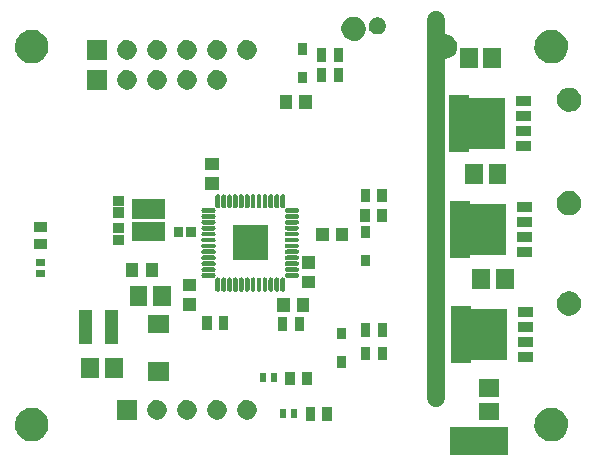
<source format=gts>
G04 #@! TF.FileFunction,Soldermask,Top*
%FSLAX46Y46*%
G04 Gerber Fmt 4.6, Leading zero omitted, Abs format (unit mm)*
G04 Created by KiCad (PCBNEW 4.0.6-e0-6349~53~ubuntu16.04.1) date Fri Mar 10 07:50:29 2017*
%MOMM*%
%LPD*%
G01*
G04 APERTURE LIST*
%ADD10C,0.100000*%
%ADD11C,1.500000*%
G04 APERTURE END LIST*
D10*
D11*
X172500000Y-78750000D02*
X172500000Y-110750000D01*
D10*
G36*
X178550000Y-115605000D02*
X173650000Y-115605000D01*
X173650000Y-113205000D01*
X178550000Y-113205000D01*
X178550000Y-115605000D01*
X178550000Y-115605000D01*
G37*
G36*
X138399674Y-111575947D02*
X138673426Y-111632140D01*
X138931045Y-111740433D01*
X139162727Y-111896704D01*
X139359641Y-112094999D01*
X139514290Y-112327764D01*
X139620783Y-112586134D01*
X139674996Y-112859928D01*
X139674996Y-112859943D01*
X139675061Y-112860272D01*
X139670604Y-113179464D01*
X139670528Y-113179798D01*
X139670528Y-113179807D01*
X139608694Y-113451975D01*
X139495025Y-113707278D01*
X139333939Y-113935633D01*
X139131567Y-114128348D01*
X138895612Y-114278091D01*
X138635064Y-114379151D01*
X138359854Y-114427677D01*
X138080459Y-114421825D01*
X137807516Y-114361814D01*
X137551435Y-114249935D01*
X137321960Y-114090446D01*
X137127830Y-113889419D01*
X136976448Y-113654518D01*
X136873572Y-113394684D01*
X136823124Y-113119819D01*
X136827026Y-112840386D01*
X136885128Y-112567040D01*
X136995219Y-112310176D01*
X137153101Y-112079595D01*
X137352768Y-111884067D01*
X137586605Y-111731048D01*
X137845718Y-111626360D01*
X138120222Y-111573996D01*
X138399674Y-111575947D01*
X138399674Y-111575947D01*
G37*
G36*
X182399674Y-111575947D02*
X182673426Y-111632140D01*
X182931045Y-111740433D01*
X183162727Y-111896704D01*
X183359641Y-112094999D01*
X183514290Y-112327764D01*
X183620783Y-112586134D01*
X183674996Y-112859928D01*
X183674996Y-112859943D01*
X183675061Y-112860272D01*
X183670604Y-113179464D01*
X183670528Y-113179798D01*
X183670528Y-113179807D01*
X183608694Y-113451975D01*
X183495025Y-113707278D01*
X183333939Y-113935633D01*
X183131567Y-114128348D01*
X182895612Y-114278091D01*
X182635064Y-114379151D01*
X182359854Y-114427677D01*
X182080459Y-114421825D01*
X181807516Y-114361814D01*
X181551435Y-114249935D01*
X181321960Y-114090446D01*
X181127830Y-113889419D01*
X180976448Y-113654518D01*
X180873572Y-113394684D01*
X180823124Y-113119819D01*
X180827026Y-112840386D01*
X180885128Y-112567040D01*
X180995219Y-112310176D01*
X181153101Y-112079595D01*
X181352768Y-111884067D01*
X181586605Y-111731048D01*
X181845718Y-111626360D01*
X182120222Y-111573996D01*
X182399674Y-111575947D01*
X182399674Y-111575947D01*
G37*
G36*
X162240000Y-112675000D02*
X161440000Y-112675000D01*
X161440000Y-111535000D01*
X162240000Y-111535000D01*
X162240000Y-112675000D01*
X162240000Y-112675000D01*
G37*
G36*
X163660000Y-112675000D02*
X162860000Y-112675000D01*
X162860000Y-111535000D01*
X163660000Y-111535000D01*
X163660000Y-112675000D01*
X163660000Y-112675000D01*
G37*
G36*
X177850000Y-112650000D02*
X176150000Y-112650000D01*
X176150000Y-111150000D01*
X177850000Y-111150000D01*
X177850000Y-112650000D01*
X177850000Y-112650000D01*
G37*
G36*
X148946653Y-110935547D02*
X149105143Y-110968081D01*
X149254290Y-111030776D01*
X149388422Y-111121249D01*
X149502425Y-111236051D01*
X149591957Y-111370809D01*
X149653612Y-111520394D01*
X149684970Y-111678761D01*
X149684970Y-111678771D01*
X149685036Y-111679105D01*
X149682455Y-111863900D01*
X149682379Y-111864234D01*
X149682379Y-111864243D01*
X149646614Y-112021670D01*
X149580804Y-112169479D01*
X149487544Y-112301684D01*
X149370383Y-112413254D01*
X149233776Y-112499948D01*
X149082931Y-112558457D01*
X148923600Y-112586551D01*
X148761845Y-112583163D01*
X148603825Y-112548420D01*
X148455566Y-112483647D01*
X148322713Y-112391312D01*
X148210321Y-112274927D01*
X148122679Y-112138932D01*
X148063119Y-111988501D01*
X148033912Y-111829369D01*
X148036172Y-111667591D01*
X148069809Y-111509339D01*
X148133547Y-111360627D01*
X148224952Y-111227133D01*
X148340549Y-111113933D01*
X148475928Y-111025343D01*
X148625943Y-110964734D01*
X148784864Y-110934417D01*
X148946653Y-110935547D01*
X148946653Y-110935547D01*
G37*
G36*
X151486653Y-110935547D02*
X151645143Y-110968081D01*
X151794290Y-111030776D01*
X151928422Y-111121249D01*
X152042425Y-111236051D01*
X152131957Y-111370809D01*
X152193612Y-111520394D01*
X152224970Y-111678761D01*
X152224970Y-111678771D01*
X152225036Y-111679105D01*
X152222455Y-111863900D01*
X152222379Y-111864234D01*
X152222379Y-111864243D01*
X152186614Y-112021670D01*
X152120804Y-112169479D01*
X152027544Y-112301684D01*
X151910383Y-112413254D01*
X151773776Y-112499948D01*
X151622931Y-112558457D01*
X151463600Y-112586551D01*
X151301845Y-112583163D01*
X151143825Y-112548420D01*
X150995566Y-112483647D01*
X150862713Y-112391312D01*
X150750321Y-112274927D01*
X150662679Y-112138932D01*
X150603119Y-111988501D01*
X150573912Y-111829369D01*
X150576172Y-111667591D01*
X150609809Y-111509339D01*
X150673547Y-111360627D01*
X150764952Y-111227133D01*
X150880549Y-111113933D01*
X151015928Y-111025343D01*
X151165943Y-110964734D01*
X151324864Y-110934417D01*
X151486653Y-110935547D01*
X151486653Y-110935547D01*
G37*
G36*
X154026653Y-110935547D02*
X154185143Y-110968081D01*
X154334290Y-111030776D01*
X154468422Y-111121249D01*
X154582425Y-111236051D01*
X154671957Y-111370809D01*
X154733612Y-111520394D01*
X154764970Y-111678761D01*
X154764970Y-111678771D01*
X154765036Y-111679105D01*
X154762455Y-111863900D01*
X154762379Y-111864234D01*
X154762379Y-111864243D01*
X154726614Y-112021670D01*
X154660804Y-112169479D01*
X154567544Y-112301684D01*
X154450383Y-112413254D01*
X154313776Y-112499948D01*
X154162931Y-112558457D01*
X154003600Y-112586551D01*
X153841845Y-112583163D01*
X153683825Y-112548420D01*
X153535566Y-112483647D01*
X153402713Y-112391312D01*
X153290321Y-112274927D01*
X153202679Y-112138932D01*
X153143119Y-111988501D01*
X153113912Y-111829369D01*
X153116172Y-111667591D01*
X153149809Y-111509339D01*
X153213547Y-111360627D01*
X153304952Y-111227133D01*
X153420549Y-111113933D01*
X153555928Y-111025343D01*
X153705943Y-110964734D01*
X153864864Y-110934417D01*
X154026653Y-110935547D01*
X154026653Y-110935547D01*
G37*
G36*
X156566653Y-110935547D02*
X156725143Y-110968081D01*
X156874290Y-111030776D01*
X157008422Y-111121249D01*
X157122425Y-111236051D01*
X157211957Y-111370809D01*
X157273612Y-111520394D01*
X157304970Y-111678761D01*
X157304970Y-111678771D01*
X157305036Y-111679105D01*
X157302455Y-111863900D01*
X157302379Y-111864234D01*
X157302379Y-111864243D01*
X157266614Y-112021670D01*
X157200804Y-112169479D01*
X157107544Y-112301684D01*
X156990383Y-112413254D01*
X156853776Y-112499948D01*
X156702931Y-112558457D01*
X156543600Y-112586551D01*
X156381845Y-112583163D01*
X156223825Y-112548420D01*
X156075566Y-112483647D01*
X155942713Y-112391312D01*
X155830321Y-112274927D01*
X155742679Y-112138932D01*
X155683119Y-111988501D01*
X155653912Y-111829369D01*
X155656172Y-111667591D01*
X155689809Y-111509339D01*
X155753547Y-111360627D01*
X155844952Y-111227133D01*
X155960549Y-111113933D01*
X156095928Y-111025343D01*
X156245943Y-110964734D01*
X156404864Y-110934417D01*
X156566653Y-110935547D01*
X156566653Y-110935547D01*
G37*
G36*
X147145000Y-112585000D02*
X145495000Y-112585000D01*
X145495000Y-110935000D01*
X147145000Y-110935000D01*
X147145000Y-112585000D01*
X147145000Y-112585000D01*
G37*
G36*
X159825000Y-112430000D02*
X159275000Y-112430000D01*
X159275000Y-111680000D01*
X159825000Y-111680000D01*
X159825000Y-112430000D01*
X159825000Y-112430000D01*
G37*
G36*
X160725000Y-112430000D02*
X160175000Y-112430000D01*
X160175000Y-111680000D01*
X160725000Y-111680000D01*
X160725000Y-112430000D01*
X160725000Y-112430000D01*
G37*
G36*
X177850000Y-110650000D02*
X176150000Y-110650000D01*
X176150000Y-109150000D01*
X177850000Y-109150000D01*
X177850000Y-110650000D01*
X177850000Y-110650000D01*
G37*
G36*
X161960000Y-109675000D02*
X161160000Y-109675000D01*
X161160000Y-108535000D01*
X161960000Y-108535000D01*
X161960000Y-109675000D01*
X161960000Y-109675000D01*
G37*
G36*
X160540000Y-109675000D02*
X159740000Y-109675000D01*
X159740000Y-108535000D01*
X160540000Y-108535000D01*
X160540000Y-109675000D01*
X160540000Y-109675000D01*
G37*
G36*
X159025000Y-109380000D02*
X158475000Y-109380000D01*
X158475000Y-108630000D01*
X159025000Y-108630000D01*
X159025000Y-109380000D01*
X159025000Y-109380000D01*
G37*
G36*
X158125000Y-109380000D02*
X157575000Y-109380000D01*
X157575000Y-108630000D01*
X158125000Y-108630000D01*
X158125000Y-109380000D01*
X158125000Y-109380000D01*
G37*
G36*
X149895000Y-109290000D02*
X148105000Y-109290000D01*
X148105000Y-107740000D01*
X149895000Y-107740000D01*
X149895000Y-109290000D01*
X149895000Y-109290000D01*
G37*
G36*
X143950000Y-109100000D02*
X142450000Y-109100000D01*
X142450000Y-107400000D01*
X143950000Y-107400000D01*
X143950000Y-109100000D01*
X143950000Y-109100000D01*
G37*
G36*
X145950000Y-109100000D02*
X144450000Y-109100000D01*
X144450000Y-107400000D01*
X145950000Y-107400000D01*
X145950000Y-109100000D01*
X145950000Y-109100000D01*
G37*
G36*
X164875000Y-108180000D02*
X164125000Y-108180000D01*
X164125000Y-107230000D01*
X164875000Y-107230000D01*
X164875000Y-108180000D01*
X164875000Y-108180000D01*
G37*
G36*
X175425000Y-103150050D02*
X175426978Y-103163966D01*
X175432754Y-103176780D01*
X175441871Y-103187477D01*
X175453607Y-103195211D01*
X175467034Y-103199369D01*
X175474950Y-103200000D01*
X178500000Y-103200000D01*
X178500000Y-107550000D01*
X175474950Y-107550000D01*
X175461034Y-107551978D01*
X175448220Y-107557754D01*
X175437523Y-107566871D01*
X175429789Y-107578607D01*
X175425631Y-107592034D01*
X175425000Y-107599950D01*
X175425000Y-107800000D01*
X173725000Y-107800000D01*
X173725000Y-102950000D01*
X175425000Y-102950000D01*
X175425000Y-103150050D01*
X175425000Y-103150050D01*
G37*
G36*
X180700000Y-107705000D02*
X179400000Y-107705000D01*
X179400000Y-106855000D01*
X180700000Y-106855000D01*
X180700000Y-107705000D01*
X180700000Y-107705000D01*
G37*
G36*
X166940000Y-107575000D02*
X166140000Y-107575000D01*
X166140000Y-106435000D01*
X166940000Y-106435000D01*
X166940000Y-107575000D01*
X166940000Y-107575000D01*
G37*
G36*
X168360000Y-107575000D02*
X167560000Y-107575000D01*
X167560000Y-106435000D01*
X168360000Y-106435000D01*
X168360000Y-107575000D01*
X168360000Y-107575000D01*
G37*
G36*
X180700000Y-106435000D02*
X179400000Y-106435000D01*
X179400000Y-105585000D01*
X180700000Y-105585000D01*
X180700000Y-106435000D01*
X180700000Y-106435000D01*
G37*
G36*
X143375000Y-106175000D02*
X142225000Y-106175000D01*
X142225000Y-103325000D01*
X143375000Y-103325000D01*
X143375000Y-106175000D01*
X143375000Y-106175000D01*
G37*
G36*
X145575000Y-106175000D02*
X144425000Y-106175000D01*
X144425000Y-103325000D01*
X145575000Y-103325000D01*
X145575000Y-106175000D01*
X145575000Y-106175000D01*
G37*
G36*
X164875000Y-105780000D02*
X164125000Y-105780000D01*
X164125000Y-104830000D01*
X164875000Y-104830000D01*
X164875000Y-105780000D01*
X164875000Y-105780000D01*
G37*
G36*
X168360000Y-105575000D02*
X167560000Y-105575000D01*
X167560000Y-104435000D01*
X168360000Y-104435000D01*
X168360000Y-105575000D01*
X168360000Y-105575000D01*
G37*
G36*
X166940000Y-105575000D02*
X166140000Y-105575000D01*
X166140000Y-104435000D01*
X166940000Y-104435000D01*
X166940000Y-105575000D01*
X166940000Y-105575000D01*
G37*
G36*
X149895000Y-105260000D02*
X148105000Y-105260000D01*
X148105000Y-103710000D01*
X149895000Y-103710000D01*
X149895000Y-105260000D01*
X149895000Y-105260000D01*
G37*
G36*
X180700000Y-105165000D02*
X179400000Y-105165000D01*
X179400000Y-104315000D01*
X180700000Y-104315000D01*
X180700000Y-105165000D01*
X180700000Y-105165000D01*
G37*
G36*
X159890000Y-105070000D02*
X159090000Y-105070000D01*
X159090000Y-103930000D01*
X159890000Y-103930000D01*
X159890000Y-105070000D01*
X159890000Y-105070000D01*
G37*
G36*
X161310000Y-105070000D02*
X160510000Y-105070000D01*
X160510000Y-103930000D01*
X161310000Y-103930000D01*
X161310000Y-105070000D01*
X161310000Y-105070000D01*
G37*
G36*
X154910000Y-104970000D02*
X154110000Y-104970000D01*
X154110000Y-103830000D01*
X154910000Y-103830000D01*
X154910000Y-104970000D01*
X154910000Y-104970000D01*
G37*
G36*
X153490000Y-104970000D02*
X152690000Y-104970000D01*
X152690000Y-103830000D01*
X153490000Y-103830000D01*
X153490000Y-104970000D01*
X153490000Y-104970000D01*
G37*
G36*
X180700000Y-103895000D02*
X179400000Y-103895000D01*
X179400000Y-103045000D01*
X180700000Y-103045000D01*
X180700000Y-103895000D01*
X180700000Y-103895000D01*
G37*
G36*
X183857661Y-101725681D02*
X184054570Y-101766101D01*
X184239875Y-101843996D01*
X184406523Y-101956401D01*
X184548163Y-102099034D01*
X184659401Y-102266461D01*
X184736002Y-102452308D01*
X184774978Y-102649150D01*
X184774978Y-102649160D01*
X184775044Y-102649494D01*
X184771838Y-102879088D01*
X184771762Y-102879422D01*
X184771762Y-102879430D01*
X184727305Y-103075107D01*
X184645546Y-103258743D01*
X184529675Y-103423000D01*
X184384108Y-103561621D01*
X184214390Y-103669327D01*
X184026975Y-103742021D01*
X183829018Y-103776926D01*
X183628050Y-103772717D01*
X183431721Y-103729551D01*
X183247524Y-103649077D01*
X183082463Y-103534356D01*
X182942825Y-103389757D01*
X182833935Y-103220794D01*
X182759937Y-103033895D01*
X182723650Y-102836187D01*
X182726458Y-102635195D01*
X182768251Y-102438569D01*
X182847438Y-102253810D01*
X182961002Y-102087954D01*
X183104622Y-101947311D01*
X183272822Y-101837244D01*
X183459200Y-101761943D01*
X183656650Y-101724277D01*
X183857661Y-101725681D01*
X183857661Y-101725681D01*
G37*
G36*
X160095000Y-103475000D02*
X159045000Y-103475000D01*
X159045000Y-102325000D01*
X160095000Y-102325000D01*
X160095000Y-103475000D01*
X160095000Y-103475000D01*
G37*
G36*
X161755000Y-103475000D02*
X160705000Y-103475000D01*
X160705000Y-102325000D01*
X161755000Y-102325000D01*
X161755000Y-103475000D01*
X161755000Y-103475000D01*
G37*
G36*
X152175000Y-103355000D02*
X151025000Y-103355000D01*
X151025000Y-102305000D01*
X152175000Y-102305000D01*
X152175000Y-103355000D01*
X152175000Y-103355000D01*
G37*
G36*
X148050000Y-102950000D02*
X146550000Y-102950000D01*
X146550000Y-101250000D01*
X148050000Y-101250000D01*
X148050000Y-102950000D01*
X148050000Y-102950000D01*
G37*
G36*
X150050000Y-102950000D02*
X148550000Y-102950000D01*
X148550000Y-101250000D01*
X150050000Y-101250000D01*
X150050000Y-102950000D01*
X150050000Y-102950000D01*
G37*
G36*
X154540167Y-100551174D02*
X154540181Y-100551178D01*
X154540216Y-100551182D01*
X154577503Y-100562724D01*
X154611839Y-100581289D01*
X154641914Y-100606170D01*
X154666584Y-100636419D01*
X154684909Y-100670883D01*
X154696191Y-100708250D01*
X154700000Y-100747097D01*
X154700000Y-101552903D01*
X154699981Y-101555695D01*
X154695630Y-101594485D01*
X154683827Y-101631691D01*
X154665023Y-101665896D01*
X154639933Y-101695798D01*
X154609513Y-101720256D01*
X154574921Y-101738340D01*
X154537476Y-101749360D01*
X154537446Y-101749363D01*
X154537428Y-101749368D01*
X154498606Y-101752901D01*
X154459833Y-101748826D01*
X154459819Y-101748822D01*
X154459784Y-101748818D01*
X154422497Y-101737276D01*
X154388161Y-101718711D01*
X154358086Y-101693830D01*
X154333416Y-101663581D01*
X154315091Y-101629117D01*
X154303809Y-101591750D01*
X154300000Y-101552903D01*
X154300000Y-100747097D01*
X154300019Y-100744305D01*
X154304370Y-100705515D01*
X154316173Y-100668309D01*
X154334977Y-100634104D01*
X154360067Y-100604202D01*
X154390487Y-100579744D01*
X154425079Y-100561660D01*
X154462524Y-100550640D01*
X154462554Y-100550637D01*
X154462572Y-100550632D01*
X154501394Y-100547099D01*
X154540167Y-100551174D01*
X154540167Y-100551174D01*
G37*
G36*
X157040167Y-100551174D02*
X157040181Y-100551178D01*
X157040216Y-100551182D01*
X157077503Y-100562724D01*
X157111839Y-100581289D01*
X157141914Y-100606170D01*
X157166584Y-100636419D01*
X157184909Y-100670883D01*
X157196191Y-100708250D01*
X157200000Y-100747097D01*
X157200000Y-101552903D01*
X157199981Y-101555695D01*
X157195630Y-101594485D01*
X157183827Y-101631691D01*
X157165023Y-101665896D01*
X157139933Y-101695798D01*
X157109513Y-101720256D01*
X157074921Y-101738340D01*
X157037476Y-101749360D01*
X157037446Y-101749363D01*
X157037428Y-101749368D01*
X156998606Y-101752901D01*
X156959833Y-101748826D01*
X156959819Y-101748822D01*
X156959784Y-101748818D01*
X156922497Y-101737276D01*
X156888161Y-101718711D01*
X156858086Y-101693830D01*
X156833416Y-101663581D01*
X156815091Y-101629117D01*
X156803809Y-101591750D01*
X156800000Y-101552903D01*
X156800000Y-100747097D01*
X156800019Y-100744305D01*
X156804370Y-100705515D01*
X156816173Y-100668309D01*
X156834977Y-100634104D01*
X156860067Y-100604202D01*
X156890487Y-100579744D01*
X156925079Y-100561660D01*
X156962524Y-100550640D01*
X156962554Y-100550637D01*
X156962572Y-100550632D01*
X157001394Y-100547099D01*
X157040167Y-100551174D01*
X157040167Y-100551174D01*
G37*
G36*
X156540167Y-100551174D02*
X156540181Y-100551178D01*
X156540216Y-100551182D01*
X156577503Y-100562724D01*
X156611839Y-100581289D01*
X156641914Y-100606170D01*
X156666584Y-100636419D01*
X156684909Y-100670883D01*
X156696191Y-100708250D01*
X156700000Y-100747097D01*
X156700000Y-101552903D01*
X156699981Y-101555695D01*
X156695630Y-101594485D01*
X156683827Y-101631691D01*
X156665023Y-101665896D01*
X156639933Y-101695798D01*
X156609513Y-101720256D01*
X156574921Y-101738340D01*
X156537476Y-101749360D01*
X156537446Y-101749363D01*
X156537428Y-101749368D01*
X156498606Y-101752901D01*
X156459833Y-101748826D01*
X156459819Y-101748822D01*
X156459784Y-101748818D01*
X156422497Y-101737276D01*
X156388161Y-101718711D01*
X156358086Y-101693830D01*
X156333416Y-101663581D01*
X156315091Y-101629117D01*
X156303809Y-101591750D01*
X156300000Y-101552903D01*
X156300000Y-100747097D01*
X156300019Y-100744305D01*
X156304370Y-100705515D01*
X156316173Y-100668309D01*
X156334977Y-100634104D01*
X156360067Y-100604202D01*
X156390487Y-100579744D01*
X156425079Y-100561660D01*
X156462524Y-100550640D01*
X156462554Y-100550637D01*
X156462572Y-100550632D01*
X156501394Y-100547099D01*
X156540167Y-100551174D01*
X156540167Y-100551174D01*
G37*
G36*
X157540167Y-100551174D02*
X157540181Y-100551178D01*
X157540216Y-100551182D01*
X157577503Y-100562724D01*
X157611839Y-100581289D01*
X157641914Y-100606170D01*
X157666584Y-100636419D01*
X157684909Y-100670883D01*
X157696191Y-100708250D01*
X157700000Y-100747097D01*
X157700000Y-101552903D01*
X157699981Y-101555695D01*
X157695630Y-101594485D01*
X157683827Y-101631691D01*
X157665023Y-101665896D01*
X157639933Y-101695798D01*
X157609513Y-101720256D01*
X157574921Y-101738340D01*
X157537476Y-101749360D01*
X157537446Y-101749363D01*
X157537428Y-101749368D01*
X157498606Y-101752901D01*
X157459833Y-101748826D01*
X157459819Y-101748822D01*
X157459784Y-101748818D01*
X157422497Y-101737276D01*
X157388161Y-101718711D01*
X157358086Y-101693830D01*
X157333416Y-101663581D01*
X157315091Y-101629117D01*
X157303809Y-101591750D01*
X157300000Y-101552903D01*
X157300000Y-100747097D01*
X157300019Y-100744305D01*
X157304370Y-100705515D01*
X157316173Y-100668309D01*
X157334977Y-100634104D01*
X157360067Y-100604202D01*
X157390487Y-100579744D01*
X157425079Y-100561660D01*
X157462524Y-100550640D01*
X157462554Y-100550637D01*
X157462572Y-100550632D01*
X157501394Y-100547099D01*
X157540167Y-100551174D01*
X157540167Y-100551174D01*
G37*
G36*
X158040167Y-100551174D02*
X158040181Y-100551178D01*
X158040216Y-100551182D01*
X158077503Y-100562724D01*
X158111839Y-100581289D01*
X158141914Y-100606170D01*
X158166584Y-100636419D01*
X158184909Y-100670883D01*
X158196191Y-100708250D01*
X158200000Y-100747097D01*
X158200000Y-101552903D01*
X158199981Y-101555695D01*
X158195630Y-101594485D01*
X158183827Y-101631691D01*
X158165023Y-101665896D01*
X158139933Y-101695798D01*
X158109513Y-101720256D01*
X158074921Y-101738340D01*
X158037476Y-101749360D01*
X158037446Y-101749363D01*
X158037428Y-101749368D01*
X157998606Y-101752901D01*
X157959833Y-101748826D01*
X157959819Y-101748822D01*
X157959784Y-101748818D01*
X157922497Y-101737276D01*
X157888161Y-101718711D01*
X157858086Y-101693830D01*
X157833416Y-101663581D01*
X157815091Y-101629117D01*
X157803809Y-101591750D01*
X157800000Y-101552903D01*
X157800000Y-100747097D01*
X157800019Y-100744305D01*
X157804370Y-100705515D01*
X157816173Y-100668309D01*
X157834977Y-100634104D01*
X157860067Y-100604202D01*
X157890487Y-100579744D01*
X157925079Y-100561660D01*
X157962524Y-100550640D01*
X157962554Y-100550637D01*
X157962572Y-100550632D01*
X158001394Y-100547099D01*
X158040167Y-100551174D01*
X158040167Y-100551174D01*
G37*
G36*
X158540167Y-100551174D02*
X158540181Y-100551178D01*
X158540216Y-100551182D01*
X158577503Y-100562724D01*
X158611839Y-100581289D01*
X158641914Y-100606170D01*
X158666584Y-100636419D01*
X158684909Y-100670883D01*
X158696191Y-100708250D01*
X158700000Y-100747097D01*
X158700000Y-101552903D01*
X158699981Y-101555695D01*
X158695630Y-101594485D01*
X158683827Y-101631691D01*
X158665023Y-101665896D01*
X158639933Y-101695798D01*
X158609513Y-101720256D01*
X158574921Y-101738340D01*
X158537476Y-101749360D01*
X158537446Y-101749363D01*
X158537428Y-101749368D01*
X158498606Y-101752901D01*
X158459833Y-101748826D01*
X158459819Y-101748822D01*
X158459784Y-101748818D01*
X158422497Y-101737276D01*
X158388161Y-101718711D01*
X158358086Y-101693830D01*
X158333416Y-101663581D01*
X158315091Y-101629117D01*
X158303809Y-101591750D01*
X158300000Y-101552903D01*
X158300000Y-100747097D01*
X158300019Y-100744305D01*
X158304370Y-100705515D01*
X158316173Y-100668309D01*
X158334977Y-100634104D01*
X158360067Y-100604202D01*
X158390487Y-100579744D01*
X158425079Y-100561660D01*
X158462524Y-100550640D01*
X158462554Y-100550637D01*
X158462572Y-100550632D01*
X158501394Y-100547099D01*
X158540167Y-100551174D01*
X158540167Y-100551174D01*
G37*
G36*
X159040167Y-100551174D02*
X159040181Y-100551178D01*
X159040216Y-100551182D01*
X159077503Y-100562724D01*
X159111839Y-100581289D01*
X159141914Y-100606170D01*
X159166584Y-100636419D01*
X159184909Y-100670883D01*
X159196191Y-100708250D01*
X159200000Y-100747097D01*
X159200000Y-101552903D01*
X159199981Y-101555695D01*
X159195630Y-101594485D01*
X159183827Y-101631691D01*
X159165023Y-101665896D01*
X159139933Y-101695798D01*
X159109513Y-101720256D01*
X159074921Y-101738340D01*
X159037476Y-101749360D01*
X159037446Y-101749363D01*
X159037428Y-101749368D01*
X158998606Y-101752901D01*
X158959833Y-101748826D01*
X158959819Y-101748822D01*
X158959784Y-101748818D01*
X158922497Y-101737276D01*
X158888161Y-101718711D01*
X158858086Y-101693830D01*
X158833416Y-101663581D01*
X158815091Y-101629117D01*
X158803809Y-101591750D01*
X158800000Y-101552903D01*
X158800000Y-100747097D01*
X158800019Y-100744305D01*
X158804370Y-100705515D01*
X158816173Y-100668309D01*
X158834977Y-100634104D01*
X158860067Y-100604202D01*
X158890487Y-100579744D01*
X158925079Y-100561660D01*
X158962524Y-100550640D01*
X158962554Y-100550637D01*
X158962572Y-100550632D01*
X159001394Y-100547099D01*
X159040167Y-100551174D01*
X159040167Y-100551174D01*
G37*
G36*
X159540167Y-100551174D02*
X159540181Y-100551178D01*
X159540216Y-100551182D01*
X159577503Y-100562724D01*
X159611839Y-100581289D01*
X159641914Y-100606170D01*
X159666584Y-100636419D01*
X159684909Y-100670883D01*
X159696191Y-100708250D01*
X159700000Y-100747097D01*
X159700000Y-101552903D01*
X159699981Y-101555695D01*
X159695630Y-101594485D01*
X159683827Y-101631691D01*
X159665023Y-101665896D01*
X159639933Y-101695798D01*
X159609513Y-101720256D01*
X159574921Y-101738340D01*
X159537476Y-101749360D01*
X159537446Y-101749363D01*
X159537428Y-101749368D01*
X159498606Y-101752901D01*
X159459833Y-101748826D01*
X159459819Y-101748822D01*
X159459784Y-101748818D01*
X159422497Y-101737276D01*
X159388161Y-101718711D01*
X159358086Y-101693830D01*
X159333416Y-101663581D01*
X159315091Y-101629117D01*
X159303809Y-101591750D01*
X159300000Y-101552903D01*
X159300000Y-100747097D01*
X159300019Y-100744305D01*
X159304370Y-100705515D01*
X159316173Y-100668309D01*
X159334977Y-100634104D01*
X159360067Y-100604202D01*
X159390487Y-100579744D01*
X159425079Y-100561660D01*
X159462524Y-100550640D01*
X159462554Y-100550637D01*
X159462572Y-100550632D01*
X159501394Y-100547099D01*
X159540167Y-100551174D01*
X159540167Y-100551174D01*
G37*
G36*
X155540167Y-100551174D02*
X155540181Y-100551178D01*
X155540216Y-100551182D01*
X155577503Y-100562724D01*
X155611839Y-100581289D01*
X155641914Y-100606170D01*
X155666584Y-100636419D01*
X155684909Y-100670883D01*
X155696191Y-100708250D01*
X155700000Y-100747097D01*
X155700000Y-101552903D01*
X155699981Y-101555695D01*
X155695630Y-101594485D01*
X155683827Y-101631691D01*
X155665023Y-101665896D01*
X155639933Y-101695798D01*
X155609513Y-101720256D01*
X155574921Y-101738340D01*
X155537476Y-101749360D01*
X155537446Y-101749363D01*
X155537428Y-101749368D01*
X155498606Y-101752901D01*
X155459833Y-101748826D01*
X155459819Y-101748822D01*
X155459784Y-101748818D01*
X155422497Y-101737276D01*
X155388161Y-101718711D01*
X155358086Y-101693830D01*
X155333416Y-101663581D01*
X155315091Y-101629117D01*
X155303809Y-101591750D01*
X155300000Y-101552903D01*
X155300000Y-100747097D01*
X155300019Y-100744305D01*
X155304370Y-100705515D01*
X155316173Y-100668309D01*
X155334977Y-100634104D01*
X155360067Y-100604202D01*
X155390487Y-100579744D01*
X155425079Y-100561660D01*
X155462524Y-100550640D01*
X155462554Y-100550637D01*
X155462572Y-100550632D01*
X155501394Y-100547099D01*
X155540167Y-100551174D01*
X155540167Y-100551174D01*
G37*
G36*
X156040167Y-100551174D02*
X156040181Y-100551178D01*
X156040216Y-100551182D01*
X156077503Y-100562724D01*
X156111839Y-100581289D01*
X156141914Y-100606170D01*
X156166584Y-100636419D01*
X156184909Y-100670883D01*
X156196191Y-100708250D01*
X156200000Y-100747097D01*
X156200000Y-101552903D01*
X156199981Y-101555695D01*
X156195630Y-101594485D01*
X156183827Y-101631691D01*
X156165023Y-101665896D01*
X156139933Y-101695798D01*
X156109513Y-101720256D01*
X156074921Y-101738340D01*
X156037476Y-101749360D01*
X156037446Y-101749363D01*
X156037428Y-101749368D01*
X155998606Y-101752901D01*
X155959833Y-101748826D01*
X155959819Y-101748822D01*
X155959784Y-101748818D01*
X155922497Y-101737276D01*
X155888161Y-101718711D01*
X155858086Y-101693830D01*
X155833416Y-101663581D01*
X155815091Y-101629117D01*
X155803809Y-101591750D01*
X155800000Y-101552903D01*
X155800000Y-100747097D01*
X155800019Y-100744305D01*
X155804370Y-100705515D01*
X155816173Y-100668309D01*
X155834977Y-100634104D01*
X155860067Y-100604202D01*
X155890487Y-100579744D01*
X155925079Y-100561660D01*
X155962524Y-100550640D01*
X155962554Y-100550637D01*
X155962572Y-100550632D01*
X156001394Y-100547099D01*
X156040167Y-100551174D01*
X156040167Y-100551174D01*
G37*
G36*
X155040167Y-100551174D02*
X155040181Y-100551178D01*
X155040216Y-100551182D01*
X155077503Y-100562724D01*
X155111839Y-100581289D01*
X155141914Y-100606170D01*
X155166584Y-100636419D01*
X155184909Y-100670883D01*
X155196191Y-100708250D01*
X155200000Y-100747097D01*
X155200000Y-101552903D01*
X155199981Y-101555695D01*
X155195630Y-101594485D01*
X155183827Y-101631691D01*
X155165023Y-101665896D01*
X155139933Y-101695798D01*
X155109513Y-101720256D01*
X155074921Y-101738340D01*
X155037476Y-101749360D01*
X155037446Y-101749363D01*
X155037428Y-101749368D01*
X154998606Y-101752901D01*
X154959833Y-101748826D01*
X154959819Y-101748822D01*
X154959784Y-101748818D01*
X154922497Y-101737276D01*
X154888161Y-101718711D01*
X154858086Y-101693830D01*
X154833416Y-101663581D01*
X154815091Y-101629117D01*
X154803809Y-101591750D01*
X154800000Y-101552903D01*
X154800000Y-100747097D01*
X154800019Y-100744305D01*
X154804370Y-100705515D01*
X154816173Y-100668309D01*
X154834977Y-100634104D01*
X154860067Y-100604202D01*
X154890487Y-100579744D01*
X154925079Y-100561660D01*
X154962524Y-100550640D01*
X154962554Y-100550637D01*
X154962572Y-100550632D01*
X155001394Y-100547099D01*
X155040167Y-100551174D01*
X155040167Y-100551174D01*
G37*
G36*
X154040167Y-100551174D02*
X154040181Y-100551178D01*
X154040216Y-100551182D01*
X154077503Y-100562724D01*
X154111839Y-100581289D01*
X154141914Y-100606170D01*
X154166584Y-100636419D01*
X154184909Y-100670883D01*
X154196191Y-100708250D01*
X154200000Y-100747097D01*
X154200000Y-101552903D01*
X154199981Y-101555695D01*
X154195630Y-101594485D01*
X154183827Y-101631691D01*
X154165023Y-101665896D01*
X154139933Y-101695798D01*
X154109513Y-101720256D01*
X154074921Y-101738340D01*
X154037476Y-101749360D01*
X154037446Y-101749363D01*
X154037428Y-101749368D01*
X153998606Y-101752901D01*
X153959833Y-101748826D01*
X153959819Y-101748822D01*
X153959784Y-101748818D01*
X153922497Y-101737276D01*
X153888161Y-101718711D01*
X153858086Y-101693830D01*
X153833416Y-101663581D01*
X153815091Y-101629117D01*
X153803809Y-101591750D01*
X153800000Y-101552903D01*
X153800000Y-100747097D01*
X153800019Y-100744305D01*
X153804370Y-100705515D01*
X153816173Y-100668309D01*
X153834977Y-100634104D01*
X153860067Y-100604202D01*
X153890487Y-100579744D01*
X153925079Y-100561660D01*
X153962524Y-100550640D01*
X153962554Y-100550637D01*
X153962572Y-100550632D01*
X154001394Y-100547099D01*
X154040167Y-100551174D01*
X154040167Y-100551174D01*
G37*
G36*
X152175000Y-101695000D02*
X151025000Y-101695000D01*
X151025000Y-100645000D01*
X152175000Y-100645000D01*
X152175000Y-101695000D01*
X152175000Y-101695000D01*
G37*
G36*
X177050000Y-101550000D02*
X175550000Y-101550000D01*
X175550000Y-99850000D01*
X177050000Y-99850000D01*
X177050000Y-101550000D01*
X177050000Y-101550000D01*
G37*
G36*
X179050000Y-101550000D02*
X177550000Y-101550000D01*
X177550000Y-99850000D01*
X179050000Y-99850000D01*
X179050000Y-101550000D01*
X179050000Y-101550000D01*
G37*
G36*
X162275000Y-101455000D02*
X161125000Y-101455000D01*
X161125000Y-100405000D01*
X162275000Y-100405000D01*
X162275000Y-101455000D01*
X162275000Y-101455000D01*
G37*
G36*
X153628670Y-100175005D02*
X153628672Y-100175005D01*
X153630695Y-100175019D01*
X153669485Y-100179370D01*
X153706691Y-100191173D01*
X153740896Y-100209977D01*
X153770798Y-100235067D01*
X153795256Y-100265487D01*
X153813340Y-100300079D01*
X153824360Y-100337524D01*
X153824363Y-100337554D01*
X153824368Y-100337572D01*
X153827901Y-100376394D01*
X153823826Y-100415167D01*
X153823822Y-100415181D01*
X153823818Y-100415216D01*
X153812276Y-100452503D01*
X153793711Y-100486839D01*
X153768830Y-100516914D01*
X153738581Y-100541584D01*
X153704117Y-100559909D01*
X153666750Y-100571191D01*
X153627903Y-100575000D01*
X152822053Y-100575000D01*
X152821330Y-100574995D01*
X152821328Y-100574995D01*
X152819305Y-100574981D01*
X152780515Y-100570630D01*
X152743309Y-100558827D01*
X152709104Y-100540023D01*
X152679202Y-100514933D01*
X152654744Y-100484513D01*
X152636660Y-100449921D01*
X152625640Y-100412476D01*
X152625637Y-100412446D01*
X152625632Y-100412428D01*
X152622099Y-100373606D01*
X152626174Y-100334833D01*
X152626178Y-100334819D01*
X152626182Y-100334784D01*
X152637724Y-100297497D01*
X152656289Y-100263161D01*
X152681170Y-100233086D01*
X152711419Y-100208416D01*
X152745883Y-100190091D01*
X152783250Y-100178809D01*
X152822097Y-100175000D01*
X153627947Y-100175000D01*
X153628670Y-100175005D01*
X153628670Y-100175005D01*
G37*
G36*
X160678670Y-100175005D02*
X160678672Y-100175005D01*
X160680695Y-100175019D01*
X160719485Y-100179370D01*
X160756691Y-100191173D01*
X160790896Y-100209977D01*
X160820798Y-100235067D01*
X160845256Y-100265487D01*
X160863340Y-100300079D01*
X160874360Y-100337524D01*
X160874363Y-100337554D01*
X160874368Y-100337572D01*
X160877901Y-100376394D01*
X160873826Y-100415167D01*
X160873822Y-100415181D01*
X160873818Y-100415216D01*
X160862276Y-100452503D01*
X160843711Y-100486839D01*
X160818830Y-100516914D01*
X160788581Y-100541584D01*
X160754117Y-100559909D01*
X160716750Y-100571191D01*
X160677903Y-100575000D01*
X159872053Y-100575000D01*
X159871330Y-100574995D01*
X159871328Y-100574995D01*
X159869305Y-100574981D01*
X159830515Y-100570630D01*
X159793309Y-100558827D01*
X159759104Y-100540023D01*
X159729202Y-100514933D01*
X159704744Y-100484513D01*
X159686660Y-100449921D01*
X159675640Y-100412476D01*
X159675637Y-100412446D01*
X159675632Y-100412428D01*
X159672099Y-100373606D01*
X159676174Y-100334833D01*
X159676178Y-100334819D01*
X159676182Y-100334784D01*
X159687724Y-100297497D01*
X159706289Y-100263161D01*
X159731170Y-100233086D01*
X159761419Y-100208416D01*
X159795883Y-100190091D01*
X159833250Y-100178809D01*
X159872097Y-100175000D01*
X160677947Y-100175000D01*
X160678670Y-100175005D01*
X160678670Y-100175005D01*
G37*
G36*
X148955000Y-100475000D02*
X147905000Y-100475000D01*
X147905000Y-99325000D01*
X148955000Y-99325000D01*
X148955000Y-100475000D01*
X148955000Y-100475000D01*
G37*
G36*
X147295000Y-100475000D02*
X146245000Y-100475000D01*
X146245000Y-99325000D01*
X147295000Y-99325000D01*
X147295000Y-100475000D01*
X147295000Y-100475000D01*
G37*
G36*
X139375000Y-100475000D02*
X138625000Y-100475000D01*
X138625000Y-99925000D01*
X139375000Y-99925000D01*
X139375000Y-100475000D01*
X139375000Y-100475000D01*
G37*
G36*
X153628670Y-99675005D02*
X153628672Y-99675005D01*
X153630695Y-99675019D01*
X153669485Y-99679370D01*
X153706691Y-99691173D01*
X153740896Y-99709977D01*
X153770798Y-99735067D01*
X153795256Y-99765487D01*
X153813340Y-99800079D01*
X153824360Y-99837524D01*
X153824363Y-99837554D01*
X153824368Y-99837572D01*
X153827901Y-99876394D01*
X153823826Y-99915167D01*
X153823822Y-99915181D01*
X153823818Y-99915216D01*
X153812276Y-99952503D01*
X153793711Y-99986839D01*
X153768830Y-100016914D01*
X153738581Y-100041584D01*
X153704117Y-100059909D01*
X153666750Y-100071191D01*
X153627903Y-100075000D01*
X152822053Y-100075000D01*
X152821330Y-100074995D01*
X152821328Y-100074995D01*
X152819305Y-100074981D01*
X152780515Y-100070630D01*
X152743309Y-100058827D01*
X152709104Y-100040023D01*
X152679202Y-100014933D01*
X152654744Y-99984513D01*
X152636660Y-99949921D01*
X152625640Y-99912476D01*
X152625637Y-99912446D01*
X152625632Y-99912428D01*
X152622099Y-99873606D01*
X152626174Y-99834833D01*
X152626178Y-99834819D01*
X152626182Y-99834784D01*
X152637724Y-99797497D01*
X152656289Y-99763161D01*
X152681170Y-99733086D01*
X152711419Y-99708416D01*
X152745883Y-99690091D01*
X152783250Y-99678809D01*
X152822097Y-99675000D01*
X153627947Y-99675000D01*
X153628670Y-99675005D01*
X153628670Y-99675005D01*
G37*
G36*
X160678670Y-99675005D02*
X160678672Y-99675005D01*
X160680695Y-99675019D01*
X160719485Y-99679370D01*
X160756691Y-99691173D01*
X160790896Y-99709977D01*
X160820798Y-99735067D01*
X160845256Y-99765487D01*
X160863340Y-99800079D01*
X160874360Y-99837524D01*
X160874363Y-99837554D01*
X160874368Y-99837572D01*
X160877901Y-99876394D01*
X160873826Y-99915167D01*
X160873822Y-99915181D01*
X160873818Y-99915216D01*
X160862276Y-99952503D01*
X160843711Y-99986839D01*
X160818830Y-100016914D01*
X160788581Y-100041584D01*
X160754117Y-100059909D01*
X160716750Y-100071191D01*
X160677903Y-100075000D01*
X159872053Y-100075000D01*
X159871330Y-100074995D01*
X159871328Y-100074995D01*
X159869305Y-100074981D01*
X159830515Y-100070630D01*
X159793309Y-100058827D01*
X159759104Y-100040023D01*
X159729202Y-100014933D01*
X159704744Y-99984513D01*
X159686660Y-99949921D01*
X159675640Y-99912476D01*
X159675637Y-99912446D01*
X159675632Y-99912428D01*
X159672099Y-99873606D01*
X159676174Y-99834833D01*
X159676178Y-99834819D01*
X159676182Y-99834784D01*
X159687724Y-99797497D01*
X159706289Y-99763161D01*
X159731170Y-99733086D01*
X159761419Y-99708416D01*
X159795883Y-99690091D01*
X159833250Y-99678809D01*
X159872097Y-99675000D01*
X160677947Y-99675000D01*
X160678670Y-99675005D01*
X160678670Y-99675005D01*
G37*
G36*
X162275000Y-99795000D02*
X161125000Y-99795000D01*
X161125000Y-98745000D01*
X162275000Y-98745000D01*
X162275000Y-99795000D01*
X162275000Y-99795000D01*
G37*
G36*
X166875000Y-99580000D02*
X166125000Y-99580000D01*
X166125000Y-98630000D01*
X166875000Y-98630000D01*
X166875000Y-99580000D01*
X166875000Y-99580000D01*
G37*
G36*
X153628670Y-99175005D02*
X153628672Y-99175005D01*
X153630695Y-99175019D01*
X153669485Y-99179370D01*
X153706691Y-99191173D01*
X153740896Y-99209977D01*
X153770798Y-99235067D01*
X153795256Y-99265487D01*
X153813340Y-99300079D01*
X153824360Y-99337524D01*
X153824363Y-99337554D01*
X153824368Y-99337572D01*
X153827901Y-99376394D01*
X153823826Y-99415167D01*
X153823822Y-99415181D01*
X153823818Y-99415216D01*
X153812276Y-99452503D01*
X153793711Y-99486839D01*
X153768830Y-99516914D01*
X153738581Y-99541584D01*
X153704117Y-99559909D01*
X153666750Y-99571191D01*
X153627903Y-99575000D01*
X152822053Y-99575000D01*
X152821330Y-99574995D01*
X152821328Y-99574995D01*
X152819305Y-99574981D01*
X152780515Y-99570630D01*
X152743309Y-99558827D01*
X152709104Y-99540023D01*
X152679202Y-99514933D01*
X152654744Y-99484513D01*
X152636660Y-99449921D01*
X152625640Y-99412476D01*
X152625637Y-99412446D01*
X152625632Y-99412428D01*
X152622099Y-99373606D01*
X152626174Y-99334833D01*
X152626178Y-99334819D01*
X152626182Y-99334784D01*
X152637724Y-99297497D01*
X152656289Y-99263161D01*
X152681170Y-99233086D01*
X152711419Y-99208416D01*
X152745883Y-99190091D01*
X152783250Y-99178809D01*
X152822097Y-99175000D01*
X153627947Y-99175000D01*
X153628670Y-99175005D01*
X153628670Y-99175005D01*
G37*
G36*
X160678670Y-99175005D02*
X160678672Y-99175005D01*
X160680695Y-99175019D01*
X160719485Y-99179370D01*
X160756691Y-99191173D01*
X160790896Y-99209977D01*
X160820798Y-99235067D01*
X160845256Y-99265487D01*
X160863340Y-99300079D01*
X160874360Y-99337524D01*
X160874363Y-99337554D01*
X160874368Y-99337572D01*
X160877901Y-99376394D01*
X160873826Y-99415167D01*
X160873822Y-99415181D01*
X160873818Y-99415216D01*
X160862276Y-99452503D01*
X160843711Y-99486839D01*
X160818830Y-99516914D01*
X160788581Y-99541584D01*
X160754117Y-99559909D01*
X160716750Y-99571191D01*
X160677903Y-99575000D01*
X159872053Y-99575000D01*
X159871330Y-99574995D01*
X159871328Y-99574995D01*
X159869305Y-99574981D01*
X159830515Y-99570630D01*
X159793309Y-99558827D01*
X159759104Y-99540023D01*
X159729202Y-99514933D01*
X159704744Y-99484513D01*
X159686660Y-99449921D01*
X159675640Y-99412476D01*
X159675637Y-99412446D01*
X159675632Y-99412428D01*
X159672099Y-99373606D01*
X159676174Y-99334833D01*
X159676178Y-99334819D01*
X159676182Y-99334784D01*
X159687724Y-99297497D01*
X159706289Y-99263161D01*
X159731170Y-99233086D01*
X159761419Y-99208416D01*
X159795883Y-99190091D01*
X159833250Y-99178809D01*
X159872097Y-99175000D01*
X160677947Y-99175000D01*
X160678670Y-99175005D01*
X160678670Y-99175005D01*
G37*
G36*
X139375000Y-99575000D02*
X138625000Y-99575000D01*
X138625000Y-99025000D01*
X139375000Y-99025000D01*
X139375000Y-99575000D01*
X139375000Y-99575000D01*
G37*
G36*
X158225000Y-99100000D02*
X155275000Y-99100000D01*
X155275000Y-96150000D01*
X158225000Y-96150000D01*
X158225000Y-99100000D01*
X158225000Y-99100000D01*
G37*
G36*
X160678670Y-98675005D02*
X160678672Y-98675005D01*
X160680695Y-98675019D01*
X160719485Y-98679370D01*
X160756691Y-98691173D01*
X160790896Y-98709977D01*
X160820798Y-98735067D01*
X160845256Y-98765487D01*
X160863340Y-98800079D01*
X160874360Y-98837524D01*
X160874363Y-98837554D01*
X160874368Y-98837572D01*
X160877901Y-98876394D01*
X160873826Y-98915167D01*
X160873822Y-98915181D01*
X160873818Y-98915216D01*
X160862276Y-98952503D01*
X160843711Y-98986839D01*
X160818830Y-99016914D01*
X160788581Y-99041584D01*
X160754117Y-99059909D01*
X160716750Y-99071191D01*
X160677903Y-99075000D01*
X159872053Y-99075000D01*
X159871330Y-99074995D01*
X159871328Y-99074995D01*
X159869305Y-99074981D01*
X159830515Y-99070630D01*
X159793309Y-99058827D01*
X159759104Y-99040023D01*
X159729202Y-99014933D01*
X159704744Y-98984513D01*
X159686660Y-98949921D01*
X159675640Y-98912476D01*
X159675637Y-98912446D01*
X159675632Y-98912428D01*
X159672099Y-98873606D01*
X159676174Y-98834833D01*
X159676178Y-98834819D01*
X159676182Y-98834784D01*
X159687724Y-98797497D01*
X159706289Y-98763161D01*
X159731170Y-98733086D01*
X159761419Y-98708416D01*
X159795883Y-98690091D01*
X159833250Y-98678809D01*
X159872097Y-98675000D01*
X160677947Y-98675000D01*
X160678670Y-98675005D01*
X160678670Y-98675005D01*
G37*
G36*
X153628670Y-98675005D02*
X153628672Y-98675005D01*
X153630695Y-98675019D01*
X153669485Y-98679370D01*
X153706691Y-98691173D01*
X153740896Y-98709977D01*
X153770798Y-98735067D01*
X153795256Y-98765487D01*
X153813340Y-98800079D01*
X153824360Y-98837524D01*
X153824363Y-98837554D01*
X153824368Y-98837572D01*
X153827901Y-98876394D01*
X153823826Y-98915167D01*
X153823822Y-98915181D01*
X153823818Y-98915216D01*
X153812276Y-98952503D01*
X153793711Y-98986839D01*
X153768830Y-99016914D01*
X153738581Y-99041584D01*
X153704117Y-99059909D01*
X153666750Y-99071191D01*
X153627903Y-99075000D01*
X152822053Y-99075000D01*
X152821330Y-99074995D01*
X152821328Y-99074995D01*
X152819305Y-99074981D01*
X152780515Y-99070630D01*
X152743309Y-99058827D01*
X152709104Y-99040023D01*
X152679202Y-99014933D01*
X152654744Y-98984513D01*
X152636660Y-98949921D01*
X152625640Y-98912476D01*
X152625637Y-98912446D01*
X152625632Y-98912428D01*
X152622099Y-98873606D01*
X152626174Y-98834833D01*
X152626178Y-98834819D01*
X152626182Y-98834784D01*
X152637724Y-98797497D01*
X152656289Y-98763161D01*
X152681170Y-98733086D01*
X152711419Y-98708416D01*
X152745883Y-98690091D01*
X152783250Y-98678809D01*
X152822097Y-98675000D01*
X153627947Y-98675000D01*
X153628670Y-98675005D01*
X153628670Y-98675005D01*
G37*
G36*
X175375000Y-94240050D02*
X175376978Y-94253966D01*
X175382754Y-94266780D01*
X175391871Y-94277477D01*
X175403607Y-94285211D01*
X175417034Y-94289369D01*
X175424950Y-94290000D01*
X178450000Y-94290000D01*
X178450000Y-98640000D01*
X175424950Y-98640000D01*
X175411034Y-98641978D01*
X175398220Y-98647754D01*
X175387523Y-98656871D01*
X175379789Y-98668607D01*
X175375631Y-98682034D01*
X175375000Y-98689950D01*
X175375000Y-98890000D01*
X173675000Y-98890000D01*
X173675000Y-94040000D01*
X175375000Y-94040000D01*
X175375000Y-94240050D01*
X175375000Y-94240050D01*
G37*
G36*
X180650000Y-98795000D02*
X179350000Y-98795000D01*
X179350000Y-97945000D01*
X180650000Y-97945000D01*
X180650000Y-98795000D01*
X180650000Y-98795000D01*
G37*
G36*
X160678670Y-98175005D02*
X160678672Y-98175005D01*
X160680695Y-98175019D01*
X160719485Y-98179370D01*
X160756691Y-98191173D01*
X160790896Y-98209977D01*
X160820798Y-98235067D01*
X160845256Y-98265487D01*
X160863340Y-98300079D01*
X160874360Y-98337524D01*
X160874363Y-98337554D01*
X160874368Y-98337572D01*
X160877901Y-98376394D01*
X160873826Y-98415167D01*
X160873822Y-98415181D01*
X160873818Y-98415216D01*
X160862276Y-98452503D01*
X160843711Y-98486839D01*
X160818830Y-98516914D01*
X160788581Y-98541584D01*
X160754117Y-98559909D01*
X160716750Y-98571191D01*
X160677903Y-98575000D01*
X159872053Y-98575000D01*
X159871330Y-98574995D01*
X159871328Y-98574995D01*
X159869305Y-98574981D01*
X159830515Y-98570630D01*
X159793309Y-98558827D01*
X159759104Y-98540023D01*
X159729202Y-98514933D01*
X159704744Y-98484513D01*
X159686660Y-98449921D01*
X159675640Y-98412476D01*
X159675637Y-98412446D01*
X159675632Y-98412428D01*
X159672099Y-98373606D01*
X159676174Y-98334833D01*
X159676178Y-98334819D01*
X159676182Y-98334784D01*
X159687724Y-98297497D01*
X159706289Y-98263161D01*
X159731170Y-98233086D01*
X159761419Y-98208416D01*
X159795883Y-98190091D01*
X159833250Y-98178809D01*
X159872097Y-98175000D01*
X160677947Y-98175000D01*
X160678670Y-98175005D01*
X160678670Y-98175005D01*
G37*
G36*
X153628670Y-98175005D02*
X153628672Y-98175005D01*
X153630695Y-98175019D01*
X153669485Y-98179370D01*
X153706691Y-98191173D01*
X153740896Y-98209977D01*
X153770798Y-98235067D01*
X153795256Y-98265487D01*
X153813340Y-98300079D01*
X153824360Y-98337524D01*
X153824363Y-98337554D01*
X153824368Y-98337572D01*
X153827901Y-98376394D01*
X153823826Y-98415167D01*
X153823822Y-98415181D01*
X153823818Y-98415216D01*
X153812276Y-98452503D01*
X153793711Y-98486839D01*
X153768830Y-98516914D01*
X153738581Y-98541584D01*
X153704117Y-98559909D01*
X153666750Y-98571191D01*
X153627903Y-98575000D01*
X152822053Y-98575000D01*
X152821330Y-98574995D01*
X152821328Y-98574995D01*
X152819305Y-98574981D01*
X152780515Y-98570630D01*
X152743309Y-98558827D01*
X152709104Y-98540023D01*
X152679202Y-98514933D01*
X152654744Y-98484513D01*
X152636660Y-98449921D01*
X152625640Y-98412476D01*
X152625637Y-98412446D01*
X152625632Y-98412428D01*
X152622099Y-98373606D01*
X152626174Y-98334833D01*
X152626178Y-98334819D01*
X152626182Y-98334784D01*
X152637724Y-98297497D01*
X152656289Y-98263161D01*
X152681170Y-98233086D01*
X152711419Y-98208416D01*
X152745883Y-98190091D01*
X152783250Y-98178809D01*
X152822097Y-98175000D01*
X153627947Y-98175000D01*
X153628670Y-98175005D01*
X153628670Y-98175005D01*
G37*
G36*
X139570000Y-98110000D02*
X138430000Y-98110000D01*
X138430000Y-97310000D01*
X139570000Y-97310000D01*
X139570000Y-98110000D01*
X139570000Y-98110000D01*
G37*
G36*
X153628670Y-97675005D02*
X153628672Y-97675005D01*
X153630695Y-97675019D01*
X153669485Y-97679370D01*
X153706691Y-97691173D01*
X153740896Y-97709977D01*
X153770798Y-97735067D01*
X153795256Y-97765487D01*
X153813340Y-97800079D01*
X153824360Y-97837524D01*
X153824363Y-97837554D01*
X153824368Y-97837572D01*
X153827901Y-97876394D01*
X153823826Y-97915167D01*
X153823822Y-97915181D01*
X153823818Y-97915216D01*
X153812276Y-97952503D01*
X153793711Y-97986839D01*
X153768830Y-98016914D01*
X153738581Y-98041584D01*
X153704117Y-98059909D01*
X153666750Y-98071191D01*
X153627903Y-98075000D01*
X152822053Y-98075000D01*
X152821330Y-98074995D01*
X152821328Y-98074995D01*
X152819305Y-98074981D01*
X152780515Y-98070630D01*
X152743309Y-98058827D01*
X152709104Y-98040023D01*
X152679202Y-98014933D01*
X152654744Y-97984513D01*
X152636660Y-97949921D01*
X152625640Y-97912476D01*
X152625637Y-97912446D01*
X152625632Y-97912428D01*
X152622099Y-97873606D01*
X152626174Y-97834833D01*
X152626178Y-97834819D01*
X152626182Y-97834784D01*
X152637724Y-97797497D01*
X152656289Y-97763161D01*
X152681170Y-97733086D01*
X152711419Y-97708416D01*
X152745883Y-97690091D01*
X152783250Y-97678809D01*
X152822097Y-97675000D01*
X153627947Y-97675000D01*
X153628670Y-97675005D01*
X153628670Y-97675005D01*
G37*
G36*
X160678670Y-97675005D02*
X160678672Y-97675005D01*
X160680695Y-97675019D01*
X160719485Y-97679370D01*
X160756691Y-97691173D01*
X160790896Y-97709977D01*
X160820798Y-97735067D01*
X160845256Y-97765487D01*
X160863340Y-97800079D01*
X160874360Y-97837524D01*
X160874363Y-97837554D01*
X160874368Y-97837572D01*
X160877901Y-97876394D01*
X160873826Y-97915167D01*
X160873822Y-97915181D01*
X160873818Y-97915216D01*
X160862276Y-97952503D01*
X160843711Y-97986839D01*
X160818830Y-98016914D01*
X160788581Y-98041584D01*
X160754117Y-98059909D01*
X160716750Y-98071191D01*
X160677903Y-98075000D01*
X159872053Y-98075000D01*
X159871330Y-98074995D01*
X159871328Y-98074995D01*
X159869305Y-98074981D01*
X159830515Y-98070630D01*
X159793309Y-98058827D01*
X159759104Y-98040023D01*
X159729202Y-98014933D01*
X159704744Y-97984513D01*
X159686660Y-97949921D01*
X159675640Y-97912476D01*
X159675637Y-97912446D01*
X159675632Y-97912428D01*
X159672099Y-97873606D01*
X159676174Y-97834833D01*
X159676178Y-97834819D01*
X159676182Y-97834784D01*
X159687724Y-97797497D01*
X159706289Y-97763161D01*
X159731170Y-97733086D01*
X159761419Y-97708416D01*
X159795883Y-97690091D01*
X159833250Y-97678809D01*
X159872097Y-97675000D01*
X160677947Y-97675000D01*
X160678670Y-97675005D01*
X160678670Y-97675005D01*
G37*
G36*
X146035000Y-97785000D02*
X145165000Y-97785000D01*
X145165000Y-96915000D01*
X146035000Y-96915000D01*
X146035000Y-97785000D01*
X146035000Y-97785000D01*
G37*
G36*
X153628670Y-97175005D02*
X153628672Y-97175005D01*
X153630695Y-97175019D01*
X153669485Y-97179370D01*
X153706691Y-97191173D01*
X153740896Y-97209977D01*
X153770798Y-97235067D01*
X153795256Y-97265487D01*
X153813340Y-97300079D01*
X153824360Y-97337524D01*
X153824363Y-97337554D01*
X153824368Y-97337572D01*
X153827901Y-97376394D01*
X153823826Y-97415167D01*
X153823822Y-97415181D01*
X153823818Y-97415216D01*
X153812276Y-97452503D01*
X153793711Y-97486839D01*
X153768830Y-97516914D01*
X153738581Y-97541584D01*
X153704117Y-97559909D01*
X153666750Y-97571191D01*
X153627903Y-97575000D01*
X152822053Y-97575000D01*
X152821330Y-97574995D01*
X152821328Y-97574995D01*
X152819305Y-97574981D01*
X152780515Y-97570630D01*
X152743309Y-97558827D01*
X152709104Y-97540023D01*
X152679202Y-97514933D01*
X152654744Y-97484513D01*
X152636660Y-97449921D01*
X152625640Y-97412476D01*
X152625637Y-97412446D01*
X152625632Y-97412428D01*
X152622099Y-97373606D01*
X152626174Y-97334833D01*
X152626178Y-97334819D01*
X152626182Y-97334784D01*
X152637724Y-97297497D01*
X152656289Y-97263161D01*
X152681170Y-97233086D01*
X152711419Y-97208416D01*
X152745883Y-97190091D01*
X152783250Y-97178809D01*
X152822097Y-97175000D01*
X153627947Y-97175000D01*
X153628670Y-97175005D01*
X153628670Y-97175005D01*
G37*
G36*
X160678670Y-97175005D02*
X160678672Y-97175005D01*
X160680695Y-97175019D01*
X160719485Y-97179370D01*
X160756691Y-97191173D01*
X160790896Y-97209977D01*
X160820798Y-97235067D01*
X160845256Y-97265487D01*
X160863340Y-97300079D01*
X160874360Y-97337524D01*
X160874363Y-97337554D01*
X160874368Y-97337572D01*
X160877901Y-97376394D01*
X160873826Y-97415167D01*
X160873822Y-97415181D01*
X160873818Y-97415216D01*
X160862276Y-97452503D01*
X160843711Y-97486839D01*
X160818830Y-97516914D01*
X160788581Y-97541584D01*
X160754117Y-97559909D01*
X160716750Y-97571191D01*
X160677903Y-97575000D01*
X159872053Y-97575000D01*
X159871330Y-97574995D01*
X159871328Y-97574995D01*
X159869305Y-97574981D01*
X159830515Y-97570630D01*
X159793309Y-97558827D01*
X159759104Y-97540023D01*
X159729202Y-97514933D01*
X159704744Y-97484513D01*
X159686660Y-97449921D01*
X159675640Y-97412476D01*
X159675637Y-97412446D01*
X159675632Y-97412428D01*
X159672099Y-97373606D01*
X159676174Y-97334833D01*
X159676178Y-97334819D01*
X159676182Y-97334784D01*
X159687724Y-97297497D01*
X159706289Y-97263161D01*
X159731170Y-97233086D01*
X159761419Y-97208416D01*
X159795883Y-97190091D01*
X159833250Y-97178809D01*
X159872097Y-97175000D01*
X160677947Y-97175000D01*
X160678670Y-97175005D01*
X160678670Y-97175005D01*
G37*
G36*
X180650000Y-97525000D02*
X179350000Y-97525000D01*
X179350000Y-96675000D01*
X180650000Y-96675000D01*
X180650000Y-97525000D01*
X180650000Y-97525000D01*
G37*
G36*
X165055000Y-97500000D02*
X164005000Y-97500000D01*
X164005000Y-96350000D01*
X165055000Y-96350000D01*
X165055000Y-97500000D01*
X165055000Y-97500000D01*
G37*
G36*
X163395000Y-97500000D02*
X162345000Y-97500000D01*
X162345000Y-96350000D01*
X163395000Y-96350000D01*
X163395000Y-97500000D01*
X163395000Y-97500000D01*
G37*
G36*
X149575000Y-97475000D02*
X146725000Y-97475000D01*
X146725000Y-95825000D01*
X149575000Y-95825000D01*
X149575000Y-97475000D01*
X149575000Y-97475000D01*
G37*
G36*
X166875000Y-97180000D02*
X166125000Y-97180000D01*
X166125000Y-96230000D01*
X166875000Y-96230000D01*
X166875000Y-97180000D01*
X166875000Y-97180000D01*
G37*
G36*
X151055000Y-97135000D02*
X150265000Y-97135000D01*
X150265000Y-96265000D01*
X151055000Y-96265000D01*
X151055000Y-97135000D01*
X151055000Y-97135000D01*
G37*
G36*
X152135000Y-97135000D02*
X151345000Y-97135000D01*
X151345000Y-96265000D01*
X152135000Y-96265000D01*
X152135000Y-97135000D01*
X152135000Y-97135000D01*
G37*
G36*
X160678670Y-96675005D02*
X160678672Y-96675005D01*
X160680695Y-96675019D01*
X160719485Y-96679370D01*
X160756691Y-96691173D01*
X160790896Y-96709977D01*
X160820798Y-96735067D01*
X160845256Y-96765487D01*
X160863340Y-96800079D01*
X160874360Y-96837524D01*
X160874363Y-96837554D01*
X160874368Y-96837572D01*
X160877901Y-96876394D01*
X160873826Y-96915167D01*
X160873822Y-96915181D01*
X160873818Y-96915216D01*
X160862276Y-96952503D01*
X160843711Y-96986839D01*
X160818830Y-97016914D01*
X160788581Y-97041584D01*
X160754117Y-97059909D01*
X160716750Y-97071191D01*
X160677903Y-97075000D01*
X159872053Y-97075000D01*
X159871330Y-97074995D01*
X159871328Y-97074995D01*
X159869305Y-97074981D01*
X159830515Y-97070630D01*
X159793309Y-97058827D01*
X159759104Y-97040023D01*
X159729202Y-97014933D01*
X159704744Y-96984513D01*
X159686660Y-96949921D01*
X159675640Y-96912476D01*
X159675637Y-96912446D01*
X159675632Y-96912428D01*
X159672099Y-96873606D01*
X159676174Y-96834833D01*
X159676178Y-96834819D01*
X159676182Y-96834784D01*
X159687724Y-96797497D01*
X159706289Y-96763161D01*
X159731170Y-96733086D01*
X159761419Y-96708416D01*
X159795883Y-96690091D01*
X159833250Y-96678809D01*
X159872097Y-96675000D01*
X160677947Y-96675000D01*
X160678670Y-96675005D01*
X160678670Y-96675005D01*
G37*
G36*
X153628670Y-96675005D02*
X153628672Y-96675005D01*
X153630695Y-96675019D01*
X153669485Y-96679370D01*
X153706691Y-96691173D01*
X153740896Y-96709977D01*
X153770798Y-96735067D01*
X153795256Y-96765487D01*
X153813340Y-96800079D01*
X153824360Y-96837524D01*
X153824363Y-96837554D01*
X153824368Y-96837572D01*
X153827901Y-96876394D01*
X153823826Y-96915167D01*
X153823822Y-96915181D01*
X153823818Y-96915216D01*
X153812276Y-96952503D01*
X153793711Y-96986839D01*
X153768830Y-97016914D01*
X153738581Y-97041584D01*
X153704117Y-97059909D01*
X153666750Y-97071191D01*
X153627903Y-97075000D01*
X152822053Y-97075000D01*
X152821330Y-97074995D01*
X152821328Y-97074995D01*
X152819305Y-97074981D01*
X152780515Y-97070630D01*
X152743309Y-97058827D01*
X152709104Y-97040023D01*
X152679202Y-97014933D01*
X152654744Y-96984513D01*
X152636660Y-96949921D01*
X152625640Y-96912476D01*
X152625637Y-96912446D01*
X152625632Y-96912428D01*
X152622099Y-96873606D01*
X152626174Y-96834833D01*
X152626178Y-96834819D01*
X152626182Y-96834784D01*
X152637724Y-96797497D01*
X152656289Y-96763161D01*
X152681170Y-96733086D01*
X152711419Y-96708416D01*
X152745883Y-96690091D01*
X152783250Y-96678809D01*
X152822097Y-96675000D01*
X153627947Y-96675000D01*
X153628670Y-96675005D01*
X153628670Y-96675005D01*
G37*
G36*
X146035000Y-96785000D02*
X145165000Y-96785000D01*
X145165000Y-95915000D01*
X146035000Y-95915000D01*
X146035000Y-96785000D01*
X146035000Y-96785000D01*
G37*
G36*
X139570000Y-96690000D02*
X138430000Y-96690000D01*
X138430000Y-95890000D01*
X139570000Y-95890000D01*
X139570000Y-96690000D01*
X139570000Y-96690000D01*
G37*
G36*
X153628670Y-96175005D02*
X153628672Y-96175005D01*
X153630695Y-96175019D01*
X153669485Y-96179370D01*
X153706691Y-96191173D01*
X153740896Y-96209977D01*
X153770798Y-96235067D01*
X153795256Y-96265487D01*
X153813340Y-96300079D01*
X153824360Y-96337524D01*
X153824363Y-96337554D01*
X153824368Y-96337572D01*
X153827901Y-96376394D01*
X153823826Y-96415167D01*
X153823822Y-96415181D01*
X153823818Y-96415216D01*
X153812276Y-96452503D01*
X153793711Y-96486839D01*
X153768830Y-96516914D01*
X153738581Y-96541584D01*
X153704117Y-96559909D01*
X153666750Y-96571191D01*
X153627903Y-96575000D01*
X152822053Y-96575000D01*
X152821330Y-96574995D01*
X152821328Y-96574995D01*
X152819305Y-96574981D01*
X152780515Y-96570630D01*
X152743309Y-96558827D01*
X152709104Y-96540023D01*
X152679202Y-96514933D01*
X152654744Y-96484513D01*
X152636660Y-96449921D01*
X152625640Y-96412476D01*
X152625637Y-96412446D01*
X152625632Y-96412428D01*
X152622099Y-96373606D01*
X152626174Y-96334833D01*
X152626178Y-96334819D01*
X152626182Y-96334784D01*
X152637724Y-96297497D01*
X152656289Y-96263161D01*
X152681170Y-96233086D01*
X152711419Y-96208416D01*
X152745883Y-96190091D01*
X152783250Y-96178809D01*
X152822097Y-96175000D01*
X153627947Y-96175000D01*
X153628670Y-96175005D01*
X153628670Y-96175005D01*
G37*
G36*
X160678670Y-96175005D02*
X160678672Y-96175005D01*
X160680695Y-96175019D01*
X160719485Y-96179370D01*
X160756691Y-96191173D01*
X160790896Y-96209977D01*
X160820798Y-96235067D01*
X160845256Y-96265487D01*
X160863340Y-96300079D01*
X160874360Y-96337524D01*
X160874363Y-96337554D01*
X160874368Y-96337572D01*
X160877901Y-96376394D01*
X160873826Y-96415167D01*
X160873822Y-96415181D01*
X160873818Y-96415216D01*
X160862276Y-96452503D01*
X160843711Y-96486839D01*
X160818830Y-96516914D01*
X160788581Y-96541584D01*
X160754117Y-96559909D01*
X160716750Y-96571191D01*
X160677903Y-96575000D01*
X159872053Y-96575000D01*
X159871330Y-96574995D01*
X159871328Y-96574995D01*
X159869305Y-96574981D01*
X159830515Y-96570630D01*
X159793309Y-96558827D01*
X159759104Y-96540023D01*
X159729202Y-96514933D01*
X159704744Y-96484513D01*
X159686660Y-96449921D01*
X159675640Y-96412476D01*
X159675637Y-96412446D01*
X159675632Y-96412428D01*
X159672099Y-96373606D01*
X159676174Y-96334833D01*
X159676178Y-96334819D01*
X159676182Y-96334784D01*
X159687724Y-96297497D01*
X159706289Y-96263161D01*
X159731170Y-96233086D01*
X159761419Y-96208416D01*
X159795883Y-96190091D01*
X159833250Y-96178809D01*
X159872097Y-96175000D01*
X160677947Y-96175000D01*
X160678670Y-96175005D01*
X160678670Y-96175005D01*
G37*
G36*
X180650000Y-96255000D02*
X179350000Y-96255000D01*
X179350000Y-95405000D01*
X180650000Y-95405000D01*
X180650000Y-96255000D01*
X180650000Y-96255000D01*
G37*
G36*
X160678670Y-95675005D02*
X160678672Y-95675005D01*
X160680695Y-95675019D01*
X160719485Y-95679370D01*
X160756691Y-95691173D01*
X160790896Y-95709977D01*
X160820798Y-95735067D01*
X160845256Y-95765487D01*
X160863340Y-95800079D01*
X160874360Y-95837524D01*
X160874363Y-95837554D01*
X160874368Y-95837572D01*
X160877901Y-95876394D01*
X160873826Y-95915167D01*
X160873822Y-95915181D01*
X160873818Y-95915216D01*
X160862276Y-95952503D01*
X160843711Y-95986839D01*
X160818830Y-96016914D01*
X160788581Y-96041584D01*
X160754117Y-96059909D01*
X160716750Y-96071191D01*
X160677903Y-96075000D01*
X159872053Y-96075000D01*
X159871330Y-96074995D01*
X159871328Y-96074995D01*
X159869305Y-96074981D01*
X159830515Y-96070630D01*
X159793309Y-96058827D01*
X159759104Y-96040023D01*
X159729202Y-96014933D01*
X159704744Y-95984513D01*
X159686660Y-95949921D01*
X159675640Y-95912476D01*
X159675637Y-95912446D01*
X159675632Y-95912428D01*
X159672099Y-95873606D01*
X159676174Y-95834833D01*
X159676178Y-95834819D01*
X159676182Y-95834784D01*
X159687724Y-95797497D01*
X159706289Y-95763161D01*
X159731170Y-95733086D01*
X159761419Y-95708416D01*
X159795883Y-95690091D01*
X159833250Y-95678809D01*
X159872097Y-95675000D01*
X160677947Y-95675000D01*
X160678670Y-95675005D01*
X160678670Y-95675005D01*
G37*
G36*
X153628670Y-95675005D02*
X153628672Y-95675005D01*
X153630695Y-95675019D01*
X153669485Y-95679370D01*
X153706691Y-95691173D01*
X153740896Y-95709977D01*
X153770798Y-95735067D01*
X153795256Y-95765487D01*
X153813340Y-95800079D01*
X153824360Y-95837524D01*
X153824363Y-95837554D01*
X153824368Y-95837572D01*
X153827901Y-95876394D01*
X153823826Y-95915167D01*
X153823822Y-95915181D01*
X153823818Y-95915216D01*
X153812276Y-95952503D01*
X153793711Y-95986839D01*
X153768830Y-96016914D01*
X153738581Y-96041584D01*
X153704117Y-96059909D01*
X153666750Y-96071191D01*
X153627903Y-96075000D01*
X152822053Y-96075000D01*
X152821330Y-96074995D01*
X152821328Y-96074995D01*
X152819305Y-96074981D01*
X152780515Y-96070630D01*
X152743309Y-96058827D01*
X152709104Y-96040023D01*
X152679202Y-96014933D01*
X152654744Y-95984513D01*
X152636660Y-95949921D01*
X152625640Y-95912476D01*
X152625637Y-95912446D01*
X152625632Y-95912428D01*
X152622099Y-95873606D01*
X152626174Y-95834833D01*
X152626178Y-95834819D01*
X152626182Y-95834784D01*
X152637724Y-95797497D01*
X152656289Y-95763161D01*
X152681170Y-95733086D01*
X152711419Y-95708416D01*
X152745883Y-95690091D01*
X152783250Y-95678809D01*
X152822097Y-95675000D01*
X153627947Y-95675000D01*
X153628670Y-95675005D01*
X153628670Y-95675005D01*
G37*
G36*
X168310000Y-95875000D02*
X167510000Y-95875000D01*
X167510000Y-94735000D01*
X168310000Y-94735000D01*
X168310000Y-95875000D01*
X168310000Y-95875000D01*
G37*
G36*
X166890000Y-95875000D02*
X166090000Y-95875000D01*
X166090000Y-94735000D01*
X166890000Y-94735000D01*
X166890000Y-95875000D01*
X166890000Y-95875000D01*
G37*
G36*
X149575000Y-95575000D02*
X146725000Y-95575000D01*
X146725000Y-93925000D01*
X149575000Y-93925000D01*
X149575000Y-95575000D01*
X149575000Y-95575000D01*
G37*
G36*
X153628670Y-95175005D02*
X153628672Y-95175005D01*
X153630695Y-95175019D01*
X153669485Y-95179370D01*
X153706691Y-95191173D01*
X153740896Y-95209977D01*
X153770798Y-95235067D01*
X153795256Y-95265487D01*
X153813340Y-95300079D01*
X153824360Y-95337524D01*
X153824363Y-95337554D01*
X153824368Y-95337572D01*
X153827901Y-95376394D01*
X153823826Y-95415167D01*
X153823822Y-95415181D01*
X153823818Y-95415216D01*
X153812276Y-95452503D01*
X153793711Y-95486839D01*
X153768830Y-95516914D01*
X153738581Y-95541584D01*
X153704117Y-95559909D01*
X153666750Y-95571191D01*
X153627903Y-95575000D01*
X152822053Y-95575000D01*
X152821330Y-95574995D01*
X152821328Y-95574995D01*
X152819305Y-95574981D01*
X152780515Y-95570630D01*
X152743309Y-95558827D01*
X152709104Y-95540023D01*
X152679202Y-95514933D01*
X152654744Y-95484513D01*
X152636660Y-95449921D01*
X152625640Y-95412476D01*
X152625637Y-95412446D01*
X152625632Y-95412428D01*
X152622099Y-95373606D01*
X152626174Y-95334833D01*
X152626178Y-95334819D01*
X152626182Y-95334784D01*
X152637724Y-95297497D01*
X152656289Y-95263161D01*
X152681170Y-95233086D01*
X152711419Y-95208416D01*
X152745883Y-95190091D01*
X152783250Y-95178809D01*
X152822097Y-95175000D01*
X153627947Y-95175000D01*
X153628670Y-95175005D01*
X153628670Y-95175005D01*
G37*
G36*
X160678670Y-95175005D02*
X160678672Y-95175005D01*
X160680695Y-95175019D01*
X160719485Y-95179370D01*
X160756691Y-95191173D01*
X160790896Y-95209977D01*
X160820798Y-95235067D01*
X160845256Y-95265487D01*
X160863340Y-95300079D01*
X160874360Y-95337524D01*
X160874363Y-95337554D01*
X160874368Y-95337572D01*
X160877901Y-95376394D01*
X160873826Y-95415167D01*
X160873822Y-95415181D01*
X160873818Y-95415216D01*
X160862276Y-95452503D01*
X160843711Y-95486839D01*
X160818830Y-95516914D01*
X160788581Y-95541584D01*
X160754117Y-95559909D01*
X160716750Y-95571191D01*
X160677903Y-95575000D01*
X159872053Y-95575000D01*
X159871330Y-95574995D01*
X159871328Y-95574995D01*
X159869305Y-95574981D01*
X159830515Y-95570630D01*
X159793309Y-95558827D01*
X159759104Y-95540023D01*
X159729202Y-95514933D01*
X159704744Y-95484513D01*
X159686660Y-95449921D01*
X159675640Y-95412476D01*
X159675637Y-95412446D01*
X159675632Y-95412428D01*
X159672099Y-95373606D01*
X159676174Y-95334833D01*
X159676178Y-95334819D01*
X159676182Y-95334784D01*
X159687724Y-95297497D01*
X159706289Y-95263161D01*
X159731170Y-95233086D01*
X159761419Y-95208416D01*
X159795883Y-95190091D01*
X159833250Y-95178809D01*
X159872097Y-95175000D01*
X160677947Y-95175000D01*
X160678670Y-95175005D01*
X160678670Y-95175005D01*
G37*
G36*
X146035000Y-95485000D02*
X145165000Y-95485000D01*
X145165000Y-94615000D01*
X146035000Y-94615000D01*
X146035000Y-95485000D01*
X146035000Y-95485000D01*
G37*
G36*
X183857661Y-93225681D02*
X184054570Y-93266101D01*
X184239875Y-93343996D01*
X184406523Y-93456401D01*
X184548163Y-93599034D01*
X184659401Y-93766461D01*
X184736002Y-93952308D01*
X184774978Y-94149150D01*
X184774978Y-94149160D01*
X184775044Y-94149494D01*
X184771838Y-94379088D01*
X184771762Y-94379422D01*
X184771762Y-94379430D01*
X184727305Y-94575107D01*
X184645546Y-94758743D01*
X184529675Y-94923000D01*
X184384108Y-95061621D01*
X184214390Y-95169327D01*
X184026975Y-95242021D01*
X183829018Y-95276926D01*
X183628050Y-95272717D01*
X183431721Y-95229551D01*
X183247524Y-95149077D01*
X183082463Y-95034356D01*
X182942825Y-94889757D01*
X182833935Y-94720794D01*
X182759937Y-94533895D01*
X182723650Y-94336187D01*
X182726458Y-94135195D01*
X182768251Y-93938569D01*
X182847438Y-93753810D01*
X182961002Y-93587954D01*
X183104622Y-93447311D01*
X183272822Y-93337244D01*
X183459200Y-93261943D01*
X183656650Y-93224277D01*
X183857661Y-93225681D01*
X183857661Y-93225681D01*
G37*
G36*
X160678670Y-94675005D02*
X160678672Y-94675005D01*
X160680695Y-94675019D01*
X160719485Y-94679370D01*
X160756691Y-94691173D01*
X160790896Y-94709977D01*
X160820798Y-94735067D01*
X160845256Y-94765487D01*
X160863340Y-94800079D01*
X160874360Y-94837524D01*
X160874363Y-94837554D01*
X160874368Y-94837572D01*
X160877901Y-94876394D01*
X160873826Y-94915167D01*
X160873822Y-94915181D01*
X160873818Y-94915216D01*
X160862276Y-94952503D01*
X160843711Y-94986839D01*
X160818830Y-95016914D01*
X160788581Y-95041584D01*
X160754117Y-95059909D01*
X160716750Y-95071191D01*
X160677903Y-95075000D01*
X159872053Y-95075000D01*
X159871330Y-95074995D01*
X159871328Y-95074995D01*
X159869305Y-95074981D01*
X159830515Y-95070630D01*
X159793309Y-95058827D01*
X159759104Y-95040023D01*
X159729202Y-95014933D01*
X159704744Y-94984513D01*
X159686660Y-94949921D01*
X159675640Y-94912476D01*
X159675637Y-94912446D01*
X159675632Y-94912428D01*
X159672099Y-94873606D01*
X159676174Y-94834833D01*
X159676178Y-94834819D01*
X159676182Y-94834784D01*
X159687724Y-94797497D01*
X159706289Y-94763161D01*
X159731170Y-94733086D01*
X159761419Y-94708416D01*
X159795883Y-94690091D01*
X159833250Y-94678809D01*
X159872097Y-94675000D01*
X160677947Y-94675000D01*
X160678670Y-94675005D01*
X160678670Y-94675005D01*
G37*
G36*
X153628670Y-94675005D02*
X153628672Y-94675005D01*
X153630695Y-94675019D01*
X153669485Y-94679370D01*
X153706691Y-94691173D01*
X153740896Y-94709977D01*
X153770798Y-94735067D01*
X153795256Y-94765487D01*
X153813340Y-94800079D01*
X153824360Y-94837524D01*
X153824363Y-94837554D01*
X153824368Y-94837572D01*
X153827901Y-94876394D01*
X153823826Y-94915167D01*
X153823822Y-94915181D01*
X153823818Y-94915216D01*
X153812276Y-94952503D01*
X153793711Y-94986839D01*
X153768830Y-95016914D01*
X153738581Y-95041584D01*
X153704117Y-95059909D01*
X153666750Y-95071191D01*
X153627903Y-95075000D01*
X152822053Y-95075000D01*
X152821330Y-95074995D01*
X152821328Y-95074995D01*
X152819305Y-95074981D01*
X152780515Y-95070630D01*
X152743309Y-95058827D01*
X152709104Y-95040023D01*
X152679202Y-95014933D01*
X152654744Y-94984513D01*
X152636660Y-94949921D01*
X152625640Y-94912476D01*
X152625637Y-94912446D01*
X152625632Y-94912428D01*
X152622099Y-94873606D01*
X152626174Y-94834833D01*
X152626178Y-94834819D01*
X152626182Y-94834784D01*
X152637724Y-94797497D01*
X152656289Y-94763161D01*
X152681170Y-94733086D01*
X152711419Y-94708416D01*
X152745883Y-94690091D01*
X152783250Y-94678809D01*
X152822097Y-94675000D01*
X153627947Y-94675000D01*
X153628670Y-94675005D01*
X153628670Y-94675005D01*
G37*
G36*
X180650000Y-94985000D02*
X179350000Y-94985000D01*
X179350000Y-94135000D01*
X180650000Y-94135000D01*
X180650000Y-94985000D01*
X180650000Y-94985000D01*
G37*
G36*
X155540167Y-93501174D02*
X155540181Y-93501178D01*
X155540216Y-93501182D01*
X155577503Y-93512724D01*
X155611839Y-93531289D01*
X155641914Y-93556170D01*
X155666584Y-93586419D01*
X155684909Y-93620883D01*
X155696191Y-93658250D01*
X155700000Y-93697097D01*
X155700000Y-94502903D01*
X155699981Y-94505695D01*
X155695630Y-94544485D01*
X155683827Y-94581691D01*
X155665023Y-94615896D01*
X155639933Y-94645798D01*
X155609513Y-94670256D01*
X155574921Y-94688340D01*
X155537476Y-94699360D01*
X155537446Y-94699363D01*
X155537428Y-94699368D01*
X155498606Y-94702901D01*
X155459833Y-94698826D01*
X155459819Y-94698822D01*
X155459784Y-94698818D01*
X155422497Y-94687276D01*
X155388161Y-94668711D01*
X155358086Y-94643830D01*
X155333416Y-94613581D01*
X155315091Y-94579117D01*
X155303809Y-94541750D01*
X155300000Y-94502903D01*
X155300000Y-93697097D01*
X155300019Y-93694305D01*
X155304370Y-93655515D01*
X155316173Y-93618309D01*
X155334977Y-93584104D01*
X155360067Y-93554202D01*
X155390487Y-93529744D01*
X155425079Y-93511660D01*
X155462524Y-93500640D01*
X155462554Y-93500637D01*
X155462572Y-93500632D01*
X155501394Y-93497099D01*
X155540167Y-93501174D01*
X155540167Y-93501174D01*
G37*
G36*
X154540167Y-93501174D02*
X154540181Y-93501178D01*
X154540216Y-93501182D01*
X154577503Y-93512724D01*
X154611839Y-93531289D01*
X154641914Y-93556170D01*
X154666584Y-93586419D01*
X154684909Y-93620883D01*
X154696191Y-93658250D01*
X154700000Y-93697097D01*
X154700000Y-94502903D01*
X154699981Y-94505695D01*
X154695630Y-94544485D01*
X154683827Y-94581691D01*
X154665023Y-94615896D01*
X154639933Y-94645798D01*
X154609513Y-94670256D01*
X154574921Y-94688340D01*
X154537476Y-94699360D01*
X154537446Y-94699363D01*
X154537428Y-94699368D01*
X154498606Y-94702901D01*
X154459833Y-94698826D01*
X154459819Y-94698822D01*
X154459784Y-94698818D01*
X154422497Y-94687276D01*
X154388161Y-94668711D01*
X154358086Y-94643830D01*
X154333416Y-94613581D01*
X154315091Y-94579117D01*
X154303809Y-94541750D01*
X154300000Y-94502903D01*
X154300000Y-93697097D01*
X154300019Y-93694305D01*
X154304370Y-93655515D01*
X154316173Y-93618309D01*
X154334977Y-93584104D01*
X154360067Y-93554202D01*
X154390487Y-93529744D01*
X154425079Y-93511660D01*
X154462524Y-93500640D01*
X154462554Y-93500637D01*
X154462572Y-93500632D01*
X154501394Y-93497099D01*
X154540167Y-93501174D01*
X154540167Y-93501174D01*
G37*
G36*
X154040167Y-93501174D02*
X154040181Y-93501178D01*
X154040216Y-93501182D01*
X154077503Y-93512724D01*
X154111839Y-93531289D01*
X154141914Y-93556170D01*
X154166584Y-93586419D01*
X154184909Y-93620883D01*
X154196191Y-93658250D01*
X154200000Y-93697097D01*
X154200000Y-94502903D01*
X154199981Y-94505695D01*
X154195630Y-94544485D01*
X154183827Y-94581691D01*
X154165023Y-94615896D01*
X154139933Y-94645798D01*
X154109513Y-94670256D01*
X154074921Y-94688340D01*
X154037476Y-94699360D01*
X154037446Y-94699363D01*
X154037428Y-94699368D01*
X153998606Y-94702901D01*
X153959833Y-94698826D01*
X153959819Y-94698822D01*
X153959784Y-94698818D01*
X153922497Y-94687276D01*
X153888161Y-94668711D01*
X153858086Y-94643830D01*
X153833416Y-94613581D01*
X153815091Y-94579117D01*
X153803809Y-94541750D01*
X153800000Y-94502903D01*
X153800000Y-93697097D01*
X153800019Y-93694305D01*
X153804370Y-93655515D01*
X153816173Y-93618309D01*
X153834977Y-93584104D01*
X153860067Y-93554202D01*
X153890487Y-93529744D01*
X153925079Y-93511660D01*
X153962524Y-93500640D01*
X153962554Y-93500637D01*
X153962572Y-93500632D01*
X154001394Y-93497099D01*
X154040167Y-93501174D01*
X154040167Y-93501174D01*
G37*
G36*
X155040167Y-93501174D02*
X155040181Y-93501178D01*
X155040216Y-93501182D01*
X155077503Y-93512724D01*
X155111839Y-93531289D01*
X155141914Y-93556170D01*
X155166584Y-93586419D01*
X155184909Y-93620883D01*
X155196191Y-93658250D01*
X155200000Y-93697097D01*
X155200000Y-94502903D01*
X155199981Y-94505695D01*
X155195630Y-94544485D01*
X155183827Y-94581691D01*
X155165023Y-94615896D01*
X155139933Y-94645798D01*
X155109513Y-94670256D01*
X155074921Y-94688340D01*
X155037476Y-94699360D01*
X155037446Y-94699363D01*
X155037428Y-94699368D01*
X154998606Y-94702901D01*
X154959833Y-94698826D01*
X154959819Y-94698822D01*
X154959784Y-94698818D01*
X154922497Y-94687276D01*
X154888161Y-94668711D01*
X154858086Y-94643830D01*
X154833416Y-94613581D01*
X154815091Y-94579117D01*
X154803809Y-94541750D01*
X154800000Y-94502903D01*
X154800000Y-93697097D01*
X154800019Y-93694305D01*
X154804370Y-93655515D01*
X154816173Y-93618309D01*
X154834977Y-93584104D01*
X154860067Y-93554202D01*
X154890487Y-93529744D01*
X154925079Y-93511660D01*
X154962524Y-93500640D01*
X154962554Y-93500637D01*
X154962572Y-93500632D01*
X155001394Y-93497099D01*
X155040167Y-93501174D01*
X155040167Y-93501174D01*
G37*
G36*
X156040167Y-93501174D02*
X156040181Y-93501178D01*
X156040216Y-93501182D01*
X156077503Y-93512724D01*
X156111839Y-93531289D01*
X156141914Y-93556170D01*
X156166584Y-93586419D01*
X156184909Y-93620883D01*
X156196191Y-93658250D01*
X156200000Y-93697097D01*
X156200000Y-94502903D01*
X156199981Y-94505695D01*
X156195630Y-94544485D01*
X156183827Y-94581691D01*
X156165023Y-94615896D01*
X156139933Y-94645798D01*
X156109513Y-94670256D01*
X156074921Y-94688340D01*
X156037476Y-94699360D01*
X156037446Y-94699363D01*
X156037428Y-94699368D01*
X155998606Y-94702901D01*
X155959833Y-94698826D01*
X155959819Y-94698822D01*
X155959784Y-94698818D01*
X155922497Y-94687276D01*
X155888161Y-94668711D01*
X155858086Y-94643830D01*
X155833416Y-94613581D01*
X155815091Y-94579117D01*
X155803809Y-94541750D01*
X155800000Y-94502903D01*
X155800000Y-93697097D01*
X155800019Y-93694305D01*
X155804370Y-93655515D01*
X155816173Y-93618309D01*
X155834977Y-93584104D01*
X155860067Y-93554202D01*
X155890487Y-93529744D01*
X155925079Y-93511660D01*
X155962524Y-93500640D01*
X155962554Y-93500637D01*
X155962572Y-93500632D01*
X156001394Y-93497099D01*
X156040167Y-93501174D01*
X156040167Y-93501174D01*
G37*
G36*
X156540167Y-93501174D02*
X156540181Y-93501178D01*
X156540216Y-93501182D01*
X156577503Y-93512724D01*
X156611839Y-93531289D01*
X156641914Y-93556170D01*
X156666584Y-93586419D01*
X156684909Y-93620883D01*
X156696191Y-93658250D01*
X156700000Y-93697097D01*
X156700000Y-94502903D01*
X156699981Y-94505695D01*
X156695630Y-94544485D01*
X156683827Y-94581691D01*
X156665023Y-94615896D01*
X156639933Y-94645798D01*
X156609513Y-94670256D01*
X156574921Y-94688340D01*
X156537476Y-94699360D01*
X156537446Y-94699363D01*
X156537428Y-94699368D01*
X156498606Y-94702901D01*
X156459833Y-94698826D01*
X156459819Y-94698822D01*
X156459784Y-94698818D01*
X156422497Y-94687276D01*
X156388161Y-94668711D01*
X156358086Y-94643830D01*
X156333416Y-94613581D01*
X156315091Y-94579117D01*
X156303809Y-94541750D01*
X156300000Y-94502903D01*
X156300000Y-93697097D01*
X156300019Y-93694305D01*
X156304370Y-93655515D01*
X156316173Y-93618309D01*
X156334977Y-93584104D01*
X156360067Y-93554202D01*
X156390487Y-93529744D01*
X156425079Y-93511660D01*
X156462524Y-93500640D01*
X156462554Y-93500637D01*
X156462572Y-93500632D01*
X156501394Y-93497099D01*
X156540167Y-93501174D01*
X156540167Y-93501174D01*
G37*
G36*
X159540167Y-93501174D02*
X159540181Y-93501178D01*
X159540216Y-93501182D01*
X159577503Y-93512724D01*
X159611839Y-93531289D01*
X159641914Y-93556170D01*
X159666584Y-93586419D01*
X159684909Y-93620883D01*
X159696191Y-93658250D01*
X159700000Y-93697097D01*
X159700000Y-94502903D01*
X159699981Y-94505695D01*
X159695630Y-94544485D01*
X159683827Y-94581691D01*
X159665023Y-94615896D01*
X159639933Y-94645798D01*
X159609513Y-94670256D01*
X159574921Y-94688340D01*
X159537476Y-94699360D01*
X159537446Y-94699363D01*
X159537428Y-94699368D01*
X159498606Y-94702901D01*
X159459833Y-94698826D01*
X159459819Y-94698822D01*
X159459784Y-94698818D01*
X159422497Y-94687276D01*
X159388161Y-94668711D01*
X159358086Y-94643830D01*
X159333416Y-94613581D01*
X159315091Y-94579117D01*
X159303809Y-94541750D01*
X159300000Y-94502903D01*
X159300000Y-93697097D01*
X159300019Y-93694305D01*
X159304370Y-93655515D01*
X159316173Y-93618309D01*
X159334977Y-93584104D01*
X159360067Y-93554202D01*
X159390487Y-93529744D01*
X159425079Y-93511660D01*
X159462524Y-93500640D01*
X159462554Y-93500637D01*
X159462572Y-93500632D01*
X159501394Y-93497099D01*
X159540167Y-93501174D01*
X159540167Y-93501174D01*
G37*
G36*
X157040167Y-93501174D02*
X157040181Y-93501178D01*
X157040216Y-93501182D01*
X157077503Y-93512724D01*
X157111839Y-93531289D01*
X157141914Y-93556170D01*
X157166584Y-93586419D01*
X157184909Y-93620883D01*
X157196191Y-93658250D01*
X157200000Y-93697097D01*
X157200000Y-94502903D01*
X157199981Y-94505695D01*
X157195630Y-94544485D01*
X157183827Y-94581691D01*
X157165023Y-94615896D01*
X157139933Y-94645798D01*
X157109513Y-94670256D01*
X157074921Y-94688340D01*
X157037476Y-94699360D01*
X157037446Y-94699363D01*
X157037428Y-94699368D01*
X156998606Y-94702901D01*
X156959833Y-94698826D01*
X156959819Y-94698822D01*
X156959784Y-94698818D01*
X156922497Y-94687276D01*
X156888161Y-94668711D01*
X156858086Y-94643830D01*
X156833416Y-94613581D01*
X156815091Y-94579117D01*
X156803809Y-94541750D01*
X156800000Y-94502903D01*
X156800000Y-93697097D01*
X156800019Y-93694305D01*
X156804370Y-93655515D01*
X156816173Y-93618309D01*
X156834977Y-93584104D01*
X156860067Y-93554202D01*
X156890487Y-93529744D01*
X156925079Y-93511660D01*
X156962524Y-93500640D01*
X156962554Y-93500637D01*
X156962572Y-93500632D01*
X157001394Y-93497099D01*
X157040167Y-93501174D01*
X157040167Y-93501174D01*
G37*
G36*
X157540167Y-93501174D02*
X157540181Y-93501178D01*
X157540216Y-93501182D01*
X157577503Y-93512724D01*
X157611839Y-93531289D01*
X157641914Y-93556170D01*
X157666584Y-93586419D01*
X157684909Y-93620883D01*
X157696191Y-93658250D01*
X157700000Y-93697097D01*
X157700000Y-94502903D01*
X157699981Y-94505695D01*
X157695630Y-94544485D01*
X157683827Y-94581691D01*
X157665023Y-94615896D01*
X157639933Y-94645798D01*
X157609513Y-94670256D01*
X157574921Y-94688340D01*
X157537476Y-94699360D01*
X157537446Y-94699363D01*
X157537428Y-94699368D01*
X157498606Y-94702901D01*
X157459833Y-94698826D01*
X157459819Y-94698822D01*
X157459784Y-94698818D01*
X157422497Y-94687276D01*
X157388161Y-94668711D01*
X157358086Y-94643830D01*
X157333416Y-94613581D01*
X157315091Y-94579117D01*
X157303809Y-94541750D01*
X157300000Y-94502903D01*
X157300000Y-93697097D01*
X157300019Y-93694305D01*
X157304370Y-93655515D01*
X157316173Y-93618309D01*
X157334977Y-93584104D01*
X157360067Y-93554202D01*
X157390487Y-93529744D01*
X157425079Y-93511660D01*
X157462524Y-93500640D01*
X157462554Y-93500637D01*
X157462572Y-93500632D01*
X157501394Y-93497099D01*
X157540167Y-93501174D01*
X157540167Y-93501174D01*
G37*
G36*
X158040167Y-93501174D02*
X158040181Y-93501178D01*
X158040216Y-93501182D01*
X158077503Y-93512724D01*
X158111839Y-93531289D01*
X158141914Y-93556170D01*
X158166584Y-93586419D01*
X158184909Y-93620883D01*
X158196191Y-93658250D01*
X158200000Y-93697097D01*
X158200000Y-94502903D01*
X158199981Y-94505695D01*
X158195630Y-94544485D01*
X158183827Y-94581691D01*
X158165023Y-94615896D01*
X158139933Y-94645798D01*
X158109513Y-94670256D01*
X158074921Y-94688340D01*
X158037476Y-94699360D01*
X158037446Y-94699363D01*
X158037428Y-94699368D01*
X157998606Y-94702901D01*
X157959833Y-94698826D01*
X157959819Y-94698822D01*
X157959784Y-94698818D01*
X157922497Y-94687276D01*
X157888161Y-94668711D01*
X157858086Y-94643830D01*
X157833416Y-94613581D01*
X157815091Y-94579117D01*
X157803809Y-94541750D01*
X157800000Y-94502903D01*
X157800000Y-93697097D01*
X157800019Y-93694305D01*
X157804370Y-93655515D01*
X157816173Y-93618309D01*
X157834977Y-93584104D01*
X157860067Y-93554202D01*
X157890487Y-93529744D01*
X157925079Y-93511660D01*
X157962524Y-93500640D01*
X157962554Y-93500637D01*
X157962572Y-93500632D01*
X158001394Y-93497099D01*
X158040167Y-93501174D01*
X158040167Y-93501174D01*
G37*
G36*
X159040167Y-93501174D02*
X159040181Y-93501178D01*
X159040216Y-93501182D01*
X159077503Y-93512724D01*
X159111839Y-93531289D01*
X159141914Y-93556170D01*
X159166584Y-93586419D01*
X159184909Y-93620883D01*
X159196191Y-93658250D01*
X159200000Y-93697097D01*
X159200000Y-94502903D01*
X159199981Y-94505695D01*
X159195630Y-94544485D01*
X159183827Y-94581691D01*
X159165023Y-94615896D01*
X159139933Y-94645798D01*
X159109513Y-94670256D01*
X159074921Y-94688340D01*
X159037476Y-94699360D01*
X159037446Y-94699363D01*
X159037428Y-94699368D01*
X158998606Y-94702901D01*
X158959833Y-94698826D01*
X158959819Y-94698822D01*
X158959784Y-94698818D01*
X158922497Y-94687276D01*
X158888161Y-94668711D01*
X158858086Y-94643830D01*
X158833416Y-94613581D01*
X158815091Y-94579117D01*
X158803809Y-94541750D01*
X158800000Y-94502903D01*
X158800000Y-93697097D01*
X158800019Y-93694305D01*
X158804370Y-93655515D01*
X158816173Y-93618309D01*
X158834977Y-93584104D01*
X158860067Y-93554202D01*
X158890487Y-93529744D01*
X158925079Y-93511660D01*
X158962524Y-93500640D01*
X158962554Y-93500637D01*
X158962572Y-93500632D01*
X159001394Y-93497099D01*
X159040167Y-93501174D01*
X159040167Y-93501174D01*
G37*
G36*
X158540167Y-93501174D02*
X158540181Y-93501178D01*
X158540216Y-93501182D01*
X158577503Y-93512724D01*
X158611839Y-93531289D01*
X158641914Y-93556170D01*
X158666584Y-93586419D01*
X158684909Y-93620883D01*
X158696191Y-93658250D01*
X158700000Y-93697097D01*
X158700000Y-94502903D01*
X158699981Y-94505695D01*
X158695630Y-94544485D01*
X158683827Y-94581691D01*
X158665023Y-94615896D01*
X158639933Y-94645798D01*
X158609513Y-94670256D01*
X158574921Y-94688340D01*
X158537476Y-94699360D01*
X158537446Y-94699363D01*
X158537428Y-94699368D01*
X158498606Y-94702901D01*
X158459833Y-94698826D01*
X158459819Y-94698822D01*
X158459784Y-94698818D01*
X158422497Y-94687276D01*
X158388161Y-94668711D01*
X158358086Y-94643830D01*
X158333416Y-94613581D01*
X158315091Y-94579117D01*
X158303809Y-94541750D01*
X158300000Y-94502903D01*
X158300000Y-93697097D01*
X158300019Y-93694305D01*
X158304370Y-93655515D01*
X158316173Y-93618309D01*
X158334977Y-93584104D01*
X158360067Y-93554202D01*
X158390487Y-93529744D01*
X158425079Y-93511660D01*
X158462524Y-93500640D01*
X158462554Y-93500637D01*
X158462572Y-93500632D01*
X158501394Y-93497099D01*
X158540167Y-93501174D01*
X158540167Y-93501174D01*
G37*
G36*
X146035000Y-94485000D02*
X145165000Y-94485000D01*
X145165000Y-93615000D01*
X146035000Y-93615000D01*
X146035000Y-94485000D01*
X146035000Y-94485000D01*
G37*
G36*
X168320000Y-94175000D02*
X167520000Y-94175000D01*
X167520000Y-93035000D01*
X168320000Y-93035000D01*
X168320000Y-94175000D01*
X168320000Y-94175000D01*
G37*
G36*
X166900000Y-94175000D02*
X166100000Y-94175000D01*
X166100000Y-93035000D01*
X166900000Y-93035000D01*
X166900000Y-94175000D01*
X166900000Y-94175000D01*
G37*
G36*
X154075000Y-93105000D02*
X152925000Y-93105000D01*
X152925000Y-92055000D01*
X154075000Y-92055000D01*
X154075000Y-93105000D01*
X154075000Y-93105000D01*
G37*
G36*
X178450000Y-92650000D02*
X176950000Y-92650000D01*
X176950000Y-90950000D01*
X178450000Y-90950000D01*
X178450000Y-92650000D01*
X178450000Y-92650000D01*
G37*
G36*
X176450000Y-92650000D02*
X174950000Y-92650000D01*
X174950000Y-90950000D01*
X176450000Y-90950000D01*
X176450000Y-92650000D01*
X176450000Y-92650000D01*
G37*
G36*
X154075000Y-91445000D02*
X152925000Y-91445000D01*
X152925000Y-90395000D01*
X154075000Y-90395000D01*
X154075000Y-91445000D01*
X154075000Y-91445000D01*
G37*
G36*
X175250000Y-85275050D02*
X175251978Y-85288966D01*
X175257754Y-85301780D01*
X175266871Y-85312477D01*
X175278607Y-85320211D01*
X175292034Y-85324369D01*
X175299950Y-85325000D01*
X178325000Y-85325000D01*
X178325000Y-89675000D01*
X175299950Y-89675000D01*
X175286034Y-89676978D01*
X175273220Y-89682754D01*
X175262523Y-89691871D01*
X175254789Y-89703607D01*
X175250631Y-89717034D01*
X175250000Y-89724950D01*
X175250000Y-89925000D01*
X173550000Y-89925000D01*
X173550000Y-85075000D01*
X175250000Y-85075000D01*
X175250000Y-85275050D01*
X175250000Y-85275050D01*
G37*
G36*
X180525000Y-89830000D02*
X179225000Y-89830000D01*
X179225000Y-88980000D01*
X180525000Y-88980000D01*
X180525000Y-89830000D01*
X180525000Y-89830000D01*
G37*
G36*
X180525000Y-88560000D02*
X179225000Y-88560000D01*
X179225000Y-87710000D01*
X180525000Y-87710000D01*
X180525000Y-88560000D01*
X180525000Y-88560000D01*
G37*
G36*
X180525000Y-87290000D02*
X179225000Y-87290000D01*
X179225000Y-86440000D01*
X180525000Y-86440000D01*
X180525000Y-87290000D01*
X180525000Y-87290000D01*
G37*
G36*
X183857661Y-84475681D02*
X184054570Y-84516101D01*
X184239875Y-84593996D01*
X184406523Y-84706401D01*
X184548163Y-84849034D01*
X184659401Y-85016461D01*
X184736002Y-85202308D01*
X184774978Y-85399150D01*
X184774978Y-85399160D01*
X184775044Y-85399494D01*
X184771838Y-85629088D01*
X184771762Y-85629422D01*
X184771762Y-85629430D01*
X184727305Y-85825107D01*
X184645546Y-86008743D01*
X184529675Y-86173000D01*
X184384108Y-86311621D01*
X184214390Y-86419327D01*
X184026975Y-86492021D01*
X183829018Y-86526926D01*
X183628050Y-86522717D01*
X183431721Y-86479551D01*
X183247524Y-86399077D01*
X183082463Y-86284356D01*
X182942825Y-86139757D01*
X182833935Y-85970794D01*
X182759937Y-85783895D01*
X182723650Y-85586187D01*
X182726458Y-85385195D01*
X182768251Y-85188569D01*
X182847438Y-85003810D01*
X182961002Y-84837954D01*
X183104622Y-84697311D01*
X183272822Y-84587244D01*
X183459200Y-84511943D01*
X183656650Y-84474277D01*
X183857661Y-84475681D01*
X183857661Y-84475681D01*
G37*
G36*
X160295000Y-86275000D02*
X159245000Y-86275000D01*
X159245000Y-85125000D01*
X160295000Y-85125000D01*
X160295000Y-86275000D01*
X160295000Y-86275000D01*
G37*
G36*
X161955000Y-86275000D02*
X160905000Y-86275000D01*
X160905000Y-85125000D01*
X161955000Y-85125000D01*
X161955000Y-86275000D01*
X161955000Y-86275000D01*
G37*
G36*
X180525000Y-86020000D02*
X179225000Y-86020000D01*
X179225000Y-85170000D01*
X180525000Y-85170000D01*
X180525000Y-86020000D01*
X180525000Y-86020000D01*
G37*
G36*
X154026653Y-82995547D02*
X154185143Y-83028081D01*
X154334290Y-83090776D01*
X154468422Y-83181249D01*
X154582425Y-83296051D01*
X154671957Y-83430809D01*
X154733612Y-83580394D01*
X154764970Y-83738761D01*
X154764970Y-83738771D01*
X154765036Y-83739105D01*
X154762455Y-83923900D01*
X154762379Y-83924234D01*
X154762379Y-83924243D01*
X154726614Y-84081670D01*
X154660804Y-84229479D01*
X154567544Y-84361684D01*
X154450383Y-84473254D01*
X154313776Y-84559948D01*
X154162931Y-84618457D01*
X154003600Y-84646551D01*
X153841845Y-84643163D01*
X153683825Y-84608420D01*
X153535566Y-84543647D01*
X153402713Y-84451312D01*
X153290321Y-84334927D01*
X153202679Y-84198932D01*
X153143119Y-84048501D01*
X153113912Y-83889369D01*
X153116172Y-83727591D01*
X153149809Y-83569339D01*
X153213547Y-83420627D01*
X153304952Y-83287133D01*
X153420549Y-83173933D01*
X153555928Y-83085343D01*
X153705943Y-83024734D01*
X153864864Y-82994417D01*
X154026653Y-82995547D01*
X154026653Y-82995547D01*
G37*
G36*
X151486653Y-82995547D02*
X151645143Y-83028081D01*
X151794290Y-83090776D01*
X151928422Y-83181249D01*
X152042425Y-83296051D01*
X152131957Y-83430809D01*
X152193612Y-83580394D01*
X152224970Y-83738761D01*
X152224970Y-83738771D01*
X152225036Y-83739105D01*
X152222455Y-83923900D01*
X152222379Y-83924234D01*
X152222379Y-83924243D01*
X152186614Y-84081670D01*
X152120804Y-84229479D01*
X152027544Y-84361684D01*
X151910383Y-84473254D01*
X151773776Y-84559948D01*
X151622931Y-84618457D01*
X151463600Y-84646551D01*
X151301845Y-84643163D01*
X151143825Y-84608420D01*
X150995566Y-84543647D01*
X150862713Y-84451312D01*
X150750321Y-84334927D01*
X150662679Y-84198932D01*
X150603119Y-84048501D01*
X150573912Y-83889369D01*
X150576172Y-83727591D01*
X150609809Y-83569339D01*
X150673547Y-83420627D01*
X150764952Y-83287133D01*
X150880549Y-83173933D01*
X151015928Y-83085343D01*
X151165943Y-83024734D01*
X151324864Y-82994417D01*
X151486653Y-82995547D01*
X151486653Y-82995547D01*
G37*
G36*
X146406653Y-82995547D02*
X146565143Y-83028081D01*
X146714290Y-83090776D01*
X146848422Y-83181249D01*
X146962425Y-83296051D01*
X147051957Y-83430809D01*
X147113612Y-83580394D01*
X147144970Y-83738761D01*
X147144970Y-83738771D01*
X147145036Y-83739105D01*
X147142455Y-83923900D01*
X147142379Y-83924234D01*
X147142379Y-83924243D01*
X147106614Y-84081670D01*
X147040804Y-84229479D01*
X146947544Y-84361684D01*
X146830383Y-84473254D01*
X146693776Y-84559948D01*
X146542931Y-84618457D01*
X146383600Y-84646551D01*
X146221845Y-84643163D01*
X146063825Y-84608420D01*
X145915566Y-84543647D01*
X145782713Y-84451312D01*
X145670321Y-84334927D01*
X145582679Y-84198932D01*
X145523119Y-84048501D01*
X145493912Y-83889369D01*
X145496172Y-83727591D01*
X145529809Y-83569339D01*
X145593547Y-83420627D01*
X145684952Y-83287133D01*
X145800549Y-83173933D01*
X145935928Y-83085343D01*
X146085943Y-83024734D01*
X146244864Y-82994417D01*
X146406653Y-82995547D01*
X146406653Y-82995547D01*
G37*
G36*
X148946653Y-82995547D02*
X149105143Y-83028081D01*
X149254290Y-83090776D01*
X149388422Y-83181249D01*
X149502425Y-83296051D01*
X149591957Y-83430809D01*
X149653612Y-83580394D01*
X149684970Y-83738761D01*
X149684970Y-83738771D01*
X149685036Y-83739105D01*
X149682455Y-83923900D01*
X149682379Y-83924234D01*
X149682379Y-83924243D01*
X149646614Y-84081670D01*
X149580804Y-84229479D01*
X149487544Y-84361684D01*
X149370383Y-84473254D01*
X149233776Y-84559948D01*
X149082931Y-84618457D01*
X148923600Y-84646551D01*
X148761845Y-84643163D01*
X148603825Y-84608420D01*
X148455566Y-84543647D01*
X148322713Y-84451312D01*
X148210321Y-84334927D01*
X148122679Y-84198932D01*
X148063119Y-84048501D01*
X148033912Y-83889369D01*
X148036172Y-83727591D01*
X148069809Y-83569339D01*
X148133547Y-83420627D01*
X148224952Y-83287133D01*
X148340549Y-83173933D01*
X148475928Y-83085343D01*
X148625943Y-83024734D01*
X148784864Y-82994417D01*
X148946653Y-82995547D01*
X148946653Y-82995547D01*
G37*
G36*
X144605000Y-84645000D02*
X142955000Y-84645000D01*
X142955000Y-82995000D01*
X144605000Y-82995000D01*
X144605000Y-84645000D01*
X144605000Y-84645000D01*
G37*
G36*
X161575000Y-84075000D02*
X160825000Y-84075000D01*
X160825000Y-83125000D01*
X161575000Y-83125000D01*
X161575000Y-84075000D01*
X161575000Y-84075000D01*
G37*
G36*
X163190000Y-83970000D02*
X162390000Y-83970000D01*
X162390000Y-82830000D01*
X163190000Y-82830000D01*
X163190000Y-83970000D01*
X163190000Y-83970000D01*
G37*
G36*
X164610000Y-83970000D02*
X163810000Y-83970000D01*
X163810000Y-82830000D01*
X164610000Y-82830000D01*
X164610000Y-83970000D01*
X164610000Y-83970000D01*
G37*
G36*
X176000000Y-82850000D02*
X174500000Y-82850000D01*
X174500000Y-81150000D01*
X176000000Y-81150000D01*
X176000000Y-82850000D01*
X176000000Y-82850000D01*
G37*
G36*
X178000000Y-82850000D02*
X176500000Y-82850000D01*
X176500000Y-81150000D01*
X178000000Y-81150000D01*
X178000000Y-82850000D01*
X178000000Y-82850000D01*
G37*
G36*
X138399674Y-79575947D02*
X138673426Y-79632140D01*
X138931045Y-79740433D01*
X139162727Y-79896704D01*
X139359641Y-80094999D01*
X139514290Y-80327764D01*
X139620783Y-80586134D01*
X139674996Y-80859928D01*
X139674996Y-80859943D01*
X139675061Y-80860272D01*
X139670604Y-81179464D01*
X139670528Y-81179798D01*
X139670528Y-81179807D01*
X139608694Y-81451975D01*
X139495025Y-81707278D01*
X139333939Y-81935633D01*
X139131567Y-82128348D01*
X138895612Y-82278091D01*
X138635064Y-82379151D01*
X138359854Y-82427677D01*
X138080459Y-82421825D01*
X137807516Y-82361814D01*
X137551435Y-82249935D01*
X137321960Y-82090446D01*
X137127830Y-81889419D01*
X136976448Y-81654518D01*
X136873572Y-81394684D01*
X136823124Y-81119819D01*
X136827026Y-80840386D01*
X136885128Y-80567040D01*
X136995219Y-80310176D01*
X137153101Y-80079595D01*
X137352768Y-79884067D01*
X137586605Y-79731048D01*
X137845718Y-79626360D01*
X138120222Y-79573996D01*
X138399674Y-79575947D01*
X138399674Y-79575947D01*
G37*
G36*
X182399674Y-79575947D02*
X182673426Y-79632140D01*
X182931045Y-79740433D01*
X183162727Y-79896704D01*
X183359641Y-80094999D01*
X183514290Y-80327764D01*
X183620783Y-80586134D01*
X183674996Y-80859928D01*
X183674996Y-80859943D01*
X183675061Y-80860272D01*
X183670604Y-81179464D01*
X183670528Y-81179798D01*
X183670528Y-81179807D01*
X183608694Y-81451975D01*
X183495025Y-81707278D01*
X183333939Y-81935633D01*
X183131567Y-82128348D01*
X182895612Y-82278091D01*
X182635064Y-82379151D01*
X182359854Y-82427677D01*
X182080459Y-82421825D01*
X181807516Y-82361814D01*
X181551435Y-82249935D01*
X181321960Y-82090446D01*
X181127830Y-81889419D01*
X180976448Y-81654518D01*
X180873572Y-81394684D01*
X180823124Y-81119819D01*
X180827026Y-80840386D01*
X180885128Y-80567040D01*
X180995219Y-80310176D01*
X181153101Y-80079595D01*
X181352768Y-79884067D01*
X181586605Y-79731048D01*
X181845718Y-79626360D01*
X182120222Y-79573996D01*
X182399674Y-79575947D01*
X182399674Y-79575947D01*
G37*
G36*
X163190000Y-82270000D02*
X162390000Y-82270000D01*
X162390000Y-81130000D01*
X163190000Y-81130000D01*
X163190000Y-82270000D01*
X163190000Y-82270000D01*
G37*
G36*
X164610000Y-82270000D02*
X163810000Y-82270000D01*
X163810000Y-81130000D01*
X164610000Y-81130000D01*
X164610000Y-82270000D01*
X164610000Y-82270000D01*
G37*
G36*
X146406653Y-80455547D02*
X146565143Y-80488081D01*
X146714290Y-80550776D01*
X146848422Y-80641249D01*
X146962425Y-80756051D01*
X147051957Y-80890809D01*
X147113612Y-81040394D01*
X147144970Y-81198761D01*
X147144970Y-81198771D01*
X147145036Y-81199105D01*
X147142455Y-81383900D01*
X147142379Y-81384234D01*
X147142379Y-81384243D01*
X147106614Y-81541670D01*
X147040804Y-81689479D01*
X146947544Y-81821684D01*
X146830383Y-81933254D01*
X146693776Y-82019948D01*
X146542931Y-82078457D01*
X146383600Y-82106551D01*
X146221845Y-82103163D01*
X146063825Y-82068420D01*
X145915566Y-82003647D01*
X145782713Y-81911312D01*
X145670321Y-81794927D01*
X145582679Y-81658932D01*
X145523119Y-81508501D01*
X145493912Y-81349369D01*
X145496172Y-81187591D01*
X145529809Y-81029339D01*
X145593547Y-80880627D01*
X145684952Y-80747133D01*
X145800549Y-80633933D01*
X145935928Y-80545343D01*
X146085943Y-80484734D01*
X146244864Y-80454417D01*
X146406653Y-80455547D01*
X146406653Y-80455547D01*
G37*
G36*
X148946653Y-80455547D02*
X149105143Y-80488081D01*
X149254290Y-80550776D01*
X149388422Y-80641249D01*
X149502425Y-80756051D01*
X149591957Y-80890809D01*
X149653612Y-81040394D01*
X149684970Y-81198761D01*
X149684970Y-81198771D01*
X149685036Y-81199105D01*
X149682455Y-81383900D01*
X149682379Y-81384234D01*
X149682379Y-81384243D01*
X149646614Y-81541670D01*
X149580804Y-81689479D01*
X149487544Y-81821684D01*
X149370383Y-81933254D01*
X149233776Y-82019948D01*
X149082931Y-82078457D01*
X148923600Y-82106551D01*
X148761845Y-82103163D01*
X148603825Y-82068420D01*
X148455566Y-82003647D01*
X148322713Y-81911312D01*
X148210321Y-81794927D01*
X148122679Y-81658932D01*
X148063119Y-81508501D01*
X148033912Y-81349369D01*
X148036172Y-81187591D01*
X148069809Y-81029339D01*
X148133547Y-80880627D01*
X148224952Y-80747133D01*
X148340549Y-80633933D01*
X148475928Y-80545343D01*
X148625943Y-80484734D01*
X148784864Y-80454417D01*
X148946653Y-80455547D01*
X148946653Y-80455547D01*
G37*
G36*
X151486653Y-80455547D02*
X151645143Y-80488081D01*
X151794290Y-80550776D01*
X151928422Y-80641249D01*
X152042425Y-80756051D01*
X152131957Y-80890809D01*
X152193612Y-81040394D01*
X152224970Y-81198761D01*
X152224970Y-81198771D01*
X152225036Y-81199105D01*
X152222455Y-81383900D01*
X152222379Y-81384234D01*
X152222379Y-81384243D01*
X152186614Y-81541670D01*
X152120804Y-81689479D01*
X152027544Y-81821684D01*
X151910383Y-81933254D01*
X151773776Y-82019948D01*
X151622931Y-82078457D01*
X151463600Y-82106551D01*
X151301845Y-82103163D01*
X151143825Y-82068420D01*
X150995566Y-82003647D01*
X150862713Y-81911312D01*
X150750321Y-81794927D01*
X150662679Y-81658932D01*
X150603119Y-81508501D01*
X150573912Y-81349369D01*
X150576172Y-81187591D01*
X150609809Y-81029339D01*
X150673547Y-80880627D01*
X150764952Y-80747133D01*
X150880549Y-80633933D01*
X151015928Y-80545343D01*
X151165943Y-80484734D01*
X151324864Y-80454417D01*
X151486653Y-80455547D01*
X151486653Y-80455547D01*
G37*
G36*
X154026653Y-80455547D02*
X154185143Y-80488081D01*
X154334290Y-80550776D01*
X154468422Y-80641249D01*
X154582425Y-80756051D01*
X154671957Y-80890809D01*
X154733612Y-81040394D01*
X154764970Y-81198761D01*
X154764970Y-81198771D01*
X154765036Y-81199105D01*
X154762455Y-81383900D01*
X154762379Y-81384234D01*
X154762379Y-81384243D01*
X154726614Y-81541670D01*
X154660804Y-81689479D01*
X154567544Y-81821684D01*
X154450383Y-81933254D01*
X154313776Y-82019948D01*
X154162931Y-82078457D01*
X154003600Y-82106551D01*
X153841845Y-82103163D01*
X153683825Y-82068420D01*
X153535566Y-82003647D01*
X153402713Y-81911312D01*
X153290321Y-81794927D01*
X153202679Y-81658932D01*
X153143119Y-81508501D01*
X153113912Y-81349369D01*
X153116172Y-81187591D01*
X153149809Y-81029339D01*
X153213547Y-80880627D01*
X153304952Y-80747133D01*
X153420549Y-80633933D01*
X153555928Y-80545343D01*
X153705943Y-80484734D01*
X153864864Y-80454417D01*
X154026653Y-80455547D01*
X154026653Y-80455547D01*
G37*
G36*
X156566653Y-80455547D02*
X156725143Y-80488081D01*
X156874290Y-80550776D01*
X157008422Y-80641249D01*
X157122425Y-80756051D01*
X157211957Y-80890809D01*
X157273612Y-81040394D01*
X157304970Y-81198761D01*
X157304970Y-81198771D01*
X157305036Y-81199105D01*
X157302455Y-81383900D01*
X157302379Y-81384234D01*
X157302379Y-81384243D01*
X157266614Y-81541670D01*
X157200804Y-81689479D01*
X157107544Y-81821684D01*
X156990383Y-81933254D01*
X156853776Y-82019948D01*
X156702931Y-82078457D01*
X156543600Y-82106551D01*
X156381845Y-82103163D01*
X156223825Y-82068420D01*
X156075566Y-82003647D01*
X155942713Y-81911312D01*
X155830321Y-81794927D01*
X155742679Y-81658932D01*
X155683119Y-81508501D01*
X155653912Y-81349369D01*
X155656172Y-81187591D01*
X155689809Y-81029339D01*
X155753547Y-80880627D01*
X155844952Y-80747133D01*
X155960549Y-80633933D01*
X156095928Y-80545343D01*
X156245943Y-80484734D01*
X156404864Y-80454417D01*
X156566653Y-80455547D01*
X156566653Y-80455547D01*
G37*
G36*
X144605000Y-82105000D02*
X142955000Y-82105000D01*
X142955000Y-80455000D01*
X144605000Y-80455000D01*
X144605000Y-82105000D01*
X144605000Y-82105000D01*
G37*
G36*
X173357661Y-79975681D02*
X173554570Y-80016101D01*
X173739875Y-80093996D01*
X173906523Y-80206401D01*
X174048163Y-80349034D01*
X174159401Y-80516461D01*
X174236002Y-80702308D01*
X174274978Y-80899150D01*
X174274978Y-80899160D01*
X174275044Y-80899494D01*
X174271838Y-81129088D01*
X174271762Y-81129422D01*
X174271762Y-81129430D01*
X174227305Y-81325107D01*
X174145546Y-81508743D01*
X174029675Y-81673000D01*
X173884108Y-81811621D01*
X173714390Y-81919327D01*
X173526975Y-81992021D01*
X173329018Y-82026926D01*
X173128050Y-82022717D01*
X172931721Y-81979551D01*
X172747524Y-81899077D01*
X172582463Y-81784356D01*
X172442825Y-81639757D01*
X172333935Y-81470794D01*
X172259937Y-81283895D01*
X172223650Y-81086187D01*
X172226458Y-80885195D01*
X172268251Y-80688569D01*
X172347438Y-80503810D01*
X172461002Y-80337954D01*
X172604622Y-80197311D01*
X172772822Y-80087244D01*
X172959200Y-80011943D01*
X173156650Y-79974277D01*
X173357661Y-79975681D01*
X173357661Y-79975681D01*
G37*
G36*
X161575000Y-81675000D02*
X160825000Y-81675000D01*
X160825000Y-80725000D01*
X161575000Y-80725000D01*
X161575000Y-81675000D01*
X161575000Y-81675000D01*
G37*
G36*
X165607661Y-78475681D02*
X165804570Y-78516101D01*
X165989875Y-78593996D01*
X166156523Y-78706401D01*
X166298163Y-78849034D01*
X166409401Y-79016461D01*
X166486002Y-79202308D01*
X166524978Y-79399150D01*
X166524978Y-79399160D01*
X166525044Y-79399494D01*
X166521838Y-79629088D01*
X166521762Y-79629422D01*
X166521762Y-79629430D01*
X166477305Y-79825107D01*
X166395546Y-80008743D01*
X166279675Y-80173000D01*
X166134108Y-80311621D01*
X165964390Y-80419327D01*
X165776975Y-80492021D01*
X165579018Y-80526926D01*
X165378050Y-80522717D01*
X165181721Y-80479551D01*
X164997524Y-80399077D01*
X164832463Y-80284356D01*
X164692825Y-80139757D01*
X164583935Y-79970794D01*
X164509937Y-79783895D01*
X164473650Y-79586187D01*
X164476458Y-79385195D01*
X164518251Y-79188569D01*
X164597438Y-79003810D01*
X164711002Y-78837954D01*
X164854622Y-78697311D01*
X165022822Y-78587244D01*
X165209200Y-78511943D01*
X165406650Y-78474277D01*
X165607661Y-78475681D01*
X165607661Y-78475681D01*
G37*
G36*
X172576150Y-78525481D02*
X172715429Y-78554071D01*
X172846498Y-78609167D01*
X172964371Y-78688673D01*
X173064555Y-78789560D01*
X173143235Y-78907983D01*
X173197417Y-79039437D01*
X173224966Y-79178566D01*
X173224966Y-79178581D01*
X173225031Y-79178910D01*
X173222763Y-79341306D01*
X173222688Y-79341635D01*
X173222688Y-79341648D01*
X173191266Y-79479954D01*
X173133436Y-79609844D01*
X173051480Y-79726023D01*
X172948516Y-79824074D01*
X172828470Y-79900258D01*
X172695909Y-79951675D01*
X172555891Y-79976363D01*
X172413743Y-79973386D01*
X172274876Y-79942854D01*
X172144592Y-79885934D01*
X172027836Y-79804787D01*
X171929070Y-79702512D01*
X171852051Y-79583002D01*
X171799711Y-79450804D01*
X171774044Y-79310961D01*
X171776030Y-79168792D01*
X171805589Y-79029723D01*
X171861602Y-78899035D01*
X171941927Y-78781724D01*
X172043513Y-78682244D01*
X172162481Y-78604392D01*
X172294314Y-78551129D01*
X172433971Y-78524488D01*
X172576150Y-78525481D01*
X172576150Y-78525481D01*
G37*
G36*
X167576150Y-78525481D02*
X167715429Y-78554071D01*
X167846498Y-78609167D01*
X167964371Y-78688673D01*
X168064555Y-78789560D01*
X168143235Y-78907983D01*
X168197417Y-79039437D01*
X168224966Y-79178566D01*
X168224966Y-79178581D01*
X168225031Y-79178910D01*
X168222763Y-79341306D01*
X168222688Y-79341635D01*
X168222688Y-79341648D01*
X168191266Y-79479954D01*
X168133436Y-79609844D01*
X168051480Y-79726023D01*
X167948516Y-79824074D01*
X167828470Y-79900258D01*
X167695909Y-79951675D01*
X167555891Y-79976363D01*
X167413743Y-79973386D01*
X167274876Y-79942854D01*
X167144592Y-79885934D01*
X167027836Y-79804787D01*
X166929070Y-79702512D01*
X166852051Y-79583002D01*
X166799711Y-79450804D01*
X166774044Y-79310961D01*
X166776030Y-79168792D01*
X166805589Y-79029723D01*
X166861602Y-78899035D01*
X166941927Y-78781724D01*
X167043513Y-78682244D01*
X167162481Y-78604392D01*
X167294314Y-78551129D01*
X167433971Y-78524488D01*
X167576150Y-78525481D01*
X167576150Y-78525481D01*
G37*
M02*

</source>
